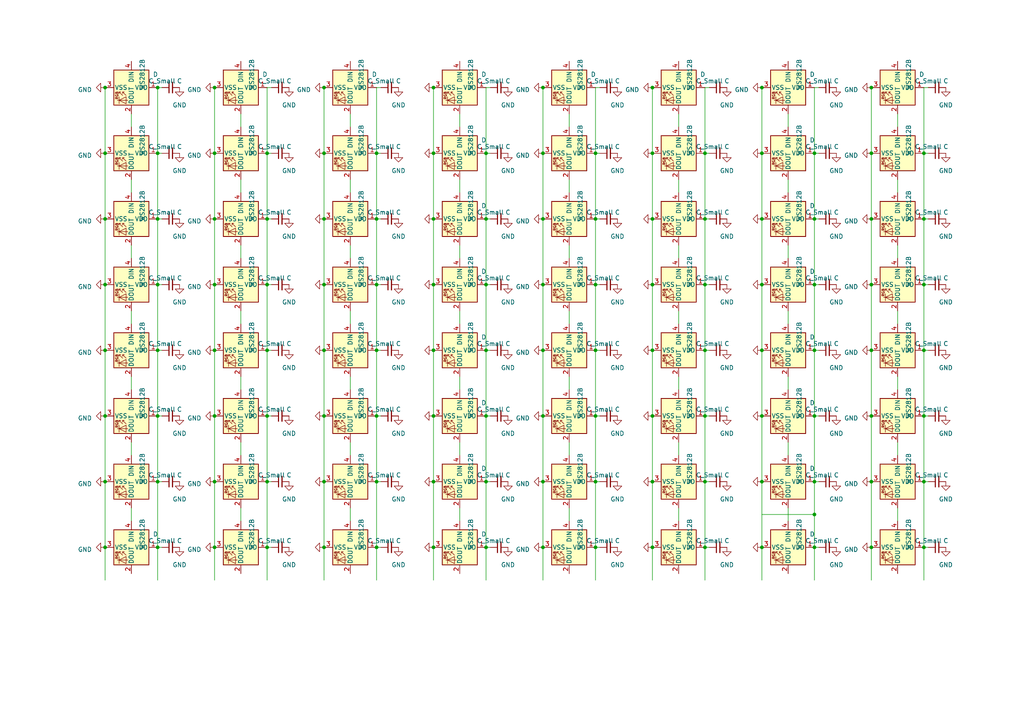
<source format=kicad_sch>
(kicad_sch (version 20220622) (generator eeschema)
  (paper "A4")
  (junction (at 220.98 82.55))
  (junction (at 30.48 120.65))
  (junction (at 236.22 139.7))
  (junction (at 140.97 44.45))
  (junction (at 62.23 120.65))
  (junction (at 236.22 82.55))
  (junction (at 62.23 25.4))
  (junction (at 109.22 120.65))
  (junction (at 252.73 158.75))
  (junction (at 77.47 120.65))
  (junction (at 157.48 82.55))
  (junction (at 109.22 82.55))
  (junction (at 30.48 63.5))
  (junction (at 30.48 44.45))
  (junction (at 267.97 82.55))
  (junction (at 62.23 101.6))
  (junction (at 172.72 63.5))
  (junction (at 125.73 82.55))
  (junction (at 93.98 82.55))
  (junction (at 189.23 101.6))
  (junction (at 172.72 120.65))
  (junction (at 125.73 63.5))
  (junction (at 267.97 44.45))
  (junction (at 140.97 158.75))
  (junction (at 236.22 120.65))
  (junction (at 157.48 44.45))
  (junction (at 109.22 101.6))
  (junction (at 204.47 63.5))
  (junction (at 93.98 120.65))
  (junction (at 172.72 158.75))
  (junction (at 109.22 63.5))
  (junction (at 220.98 139.7))
  (junction (at 220.98 101.6))
  (junction (at 125.73 120.65))
  (junction (at 157.48 139.7))
  (junction (at 30.48 25.4))
  (junction (at 267.97 158.75))
  (junction (at 157.48 101.6))
  (junction (at 157.48 63.5))
  (junction (at 140.97 101.6))
  (junction (at 140.97 82.55))
  (junction (at 204.47 158.75))
  (junction (at 140.97 139.7))
  (junction (at 189.23 139.7))
  (junction (at 77.47 44.45))
  (junction (at 204.47 101.6))
  (junction (at 172.72 101.6))
  (junction (at 204.47 139.7))
  (junction (at 189.23 44.45))
  (junction (at 157.48 25.4))
  (junction (at 125.73 25.4))
  (junction (at 93.98 63.5))
  (junction (at 93.98 44.45))
  (junction (at 93.98 25.4))
  (junction (at 45.72 82.55))
  (junction (at 252.73 44.45))
  (junction (at 189.23 82.55))
  (junction (at 30.48 158.75))
  (junction (at 45.72 158.75))
  (junction (at 189.23 158.75))
  (junction (at 267.97 139.7))
  (junction (at 189.23 63.5))
  (junction (at 125.73 139.7))
  (junction (at 204.47 44.45))
  (junction (at 204.47 120.65))
  (junction (at 45.72 101.6))
  (junction (at 109.22 139.7))
  (junction (at 45.72 139.7))
  (junction (at 220.98 63.5))
  (junction (at 252.73 63.5))
  (junction (at 157.48 158.75))
  (junction (at 267.97 63.5))
  (junction (at 77.47 101.6))
  (junction (at 267.97 101.6))
  (junction (at 93.98 139.7))
  (junction (at 236.22 101.6))
  (junction (at 267.97 120.65))
  (junction (at 77.47 139.7))
  (junction (at 30.48 139.7))
  (junction (at 109.22 158.75))
  (junction (at 77.47 158.75))
  (junction (at 125.73 158.75))
  (junction (at 220.98 158.75))
  (junction (at 236.22 149.225))
  (junction (at 220.98 44.45))
  (junction (at 140.97 63.5))
  (junction (at 62.23 82.55))
  (junction (at 30.48 82.55))
  (junction (at 172.72 139.7))
  (junction (at 252.73 101.6))
  (junction (at 220.98 25.4))
  (junction (at 157.48 120.65))
  (junction (at 62.23 158.75))
  (junction (at 77.47 82.55))
  (junction (at 93.98 158.75))
  (junction (at 62.23 139.7))
  (junction (at 62.23 63.5))
  (junction (at 45.72 44.45))
  (junction (at 252.73 25.4))
  (junction (at 77.47 63.5))
  (junction (at 236.22 63.5))
  (junction (at 62.23 44.45))
  (junction (at 93.98 101.6))
  (junction (at 236.22 158.75))
  (junction (at 109.22 44.45))
  (junction (at 236.22 44.45))
  (junction (at 189.23 120.65))
  (junction (at 125.73 101.6))
  (junction (at 172.72 82.55))
  (junction (at 45.72 63.5))
  (junction (at 140.97 120.65))
  (junction (at 220.98 120.65))
  (junction (at 45.72 25.4))
  (junction (at 125.73 44.45))
  (junction (at 189.23 25.4))
  (junction (at 45.72 120.65))
  (junction (at 30.48 101.6))
  (junction (at 252.73 139.7))
  (junction (at 252.73 82.55))
  (junction (at 172.72 44.45))
  (junction (at 204.47 82.55))
  (junction (at 252.73 120.65))
  (wire (pts (xy 189.23 82.55) (xy 189.23 101.6)))
  (wire (pts (xy 237.49 101.6) (xy 236.2306 101.6)))
  (wire (pts (xy 110.49 101.6) (xy 109.2306 101.6)))
  (wire (pts (xy 267.97 101.6) (xy 267.97 120.65)))
  (wire (pts (xy 69.85 52.07) (xy 69.85 55.88)))
  (wire (pts (xy 142.2506 139.7) (xy 140.9912 139.7)))
  (wire (pts (xy 62.23 120.65) (xy 62.23 139.7)))
  (wire (pts (xy 196.85 71.12) (xy 196.85 74.93)))
  (wire (pts (xy 196.85 90.17) (xy 196.85 93.98)))
  (wire (pts (xy 172.72 82.55) (xy 172.72 101.6)))
  (wire (pts (xy 252.73 139.7) (xy 252.73 158.75)))
  (wire (pts (xy 228.6 147.32) (xy 228.6 151.13)))
  (wire (pts (xy 142.2506 44.45) (xy 140.9806 44.45)))
  (wire (pts (xy 205.7506 139.7) (xy 204.4912 139.7)))
  (wire (pts (xy 204.47 25.4) (xy 204.47 44.45)))
  (wire (pts (xy 62.23 101.6) (xy 62.23 120.65)))
  (wire (pts (xy 189.23 120.65) (xy 189.23 139.7)))
  (wire (pts (xy 62.23 158.75) (xy 62.23 168.275)))
  (wire (pts (xy 189.23 101.6) (xy 189.23 120.65)))
  (wire (pts (xy 133.35 71.12) (xy 133.35 74.93)))
  (wire (pts (xy 101.6 109.22) (xy 101.6 113.03)))
  (wire (pts (xy 228.6 90.17) (xy 228.6 93.98)))
  (wire (pts (xy 260.35 52.07) (xy 260.35 55.88)))
  (wire (pts (xy 267.97 120.65) (xy 267.97 139.7)))
  (wire (pts (xy 109.22 158.75) (xy 109.22 168.275)))
  (wire (pts (xy 204.47 120.65) (xy 204.47 139.7)))
  (wire (pts (xy 45.72 139.7) (xy 45.72 158.75)))
  (wire (pts (xy 165.1 71.12) (xy 165.1 74.93)))
  (wire (pts (xy 38.1 90.17) (xy 38.1 93.98)))
  (wire (pts (xy 93.98 158.75) (xy 93.98 168.275)))
  (wire (pts (xy 269.2506 25.4) (xy 267.9806 25.4)))
  (wire (pts (xy 237.5006 82.55) (xy 236.2306 82.55)))
  (wire (pts (xy 142.2506 82.55) (xy 140.9806 82.55)))
  (wire (pts (xy 252.73 44.45) (xy 252.73 63.5)))
  (wire (pts (xy 220.98 63.5) (xy 220.98 82.55)))
  (wire (pts (xy 101.6 128.27) (xy 101.6 132.08)))
  (wire (pts (xy 109.22 120.65) (xy 109.22 139.7)))
  (wire (pts (xy 78.7506 82.55) (xy 77.4806 82.55)))
  (wire (pts (xy 78.7506 63.5) (xy 77.4806 63.5)))
  (wire (pts (xy 62.23 63.5) (xy 62.23 82.55)))
  (wire (pts (xy 157.48 158.75) (xy 157.48 168.275)))
  (wire (pts (xy 140.97 44.45) (xy 140.97 63.5)))
  (wire (pts (xy 267.97 82.55) (xy 267.97 101.6)))
  (wire (pts (xy 236.22 25.4) (xy 236.22 44.45)))
  (wire (pts (xy 189.23 44.45) (xy 189.23 63.5)))
  (wire (pts (xy 109.22 44.45) (xy 109.22 63.5)))
  (wire (pts (xy 140.97 139.7) (xy 140.97 158.75)))
  (wire (pts (xy 174.0006 139.7) (xy 172.7412 139.7)))
  (wire (pts (xy 140.97 158.75) (xy 140.97 168.275)))
  (wire (pts (xy 237.5006 25.4) (xy 236.2306 25.4)))
  (wire (pts (xy 46.99 25.4) (xy 45.72 25.4)))
  (wire (pts (xy 101.6 147.32) (xy 101.6 151.13)))
  (wire (pts (xy 77.47 101.6) (xy 77.47 120.65)))
  (wire (pts (xy 260.35 90.17) (xy 260.35 93.98)))
  (wire (pts (xy 125.73 25.4) (xy 125.73 44.45)))
  (wire (pts (xy 46.99 139.7) (xy 45.7306 139.7)))
  (wire (pts (xy 252.73 101.6) (xy 252.73 120.65)))
  (wire (pts (xy 140.97 82.55) (xy 140.97 101.6)))
  (wire (pts (xy 45.72 101.6) (xy 45.7094 101.6)))
  (wire (pts (xy 165.1 90.17) (xy 165.1 93.98)))
  (wire (pts (xy 267.97 139.7) (xy 267.97 158.75)))
  (wire (pts (xy 205.74 120.65) (xy 204.4806 120.65)))
  (wire (pts (xy 165.1 33.02) (xy 165.1 36.83)))
  (wire (pts (xy 172.72 25.4) (xy 172.72 44.45)))
  (wire (pts (xy 69.85 109.22) (xy 69.85 113.03)))
  (wire (pts (xy 172.72 44.45) (xy 172.72 63.5)))
  (wire (pts (xy 220.98 82.55) (xy 220.98 101.6)))
  (wire (pts (xy 45.72 158.75) (xy 45.72 168.275)))
  (wire (pts (xy 172.72 120.65) (xy 172.72 139.7)))
  (wire (pts (xy 101.6 52.07) (xy 101.6 55.88)))
  (wire (pts (xy 204.47 44.45) (xy 204.47 63.5)))
  (wire (pts (xy 69.85 90.17) (xy 69.85 93.98)))
  (wire (pts (xy 157.48 139.7) (xy 157.48 158.75)))
  (wire (pts (xy 174.0006 158.75) (xy 172.7412 158.75)))
  (wire (pts (xy 30.48 25.4) (xy 30.48 44.45)))
  (wire (pts (xy 236.22 101.6) (xy 236.22 120.65)))
  (wire (pts (xy 62.23 82.55) (xy 62.23 101.6)))
  (wire (pts (xy 237.5006 158.75) (xy 236.2412 158.75)))
  (wire (pts (xy 236.22 139.7) (xy 236.22 149.225)))
  (wire (pts (xy 260.35 147.32) (xy 260.35 151.13)))
  (wire (pts (xy 196.85 52.07) (xy 196.85 55.88)))
  (wire (pts (xy 109.22 63.5) (xy 109.22 82.55)))
  (wire (pts (xy 77.47 25.4) (xy 77.47 44.45)))
  (wire (pts (xy 38.1 109.22) (xy 38.1 113.03)))
  (wire (pts (xy 78.7506 139.7) (xy 77.4912 139.7)))
  (wire (pts (xy 93.98 139.7) (xy 93.98 158.75)))
  (wire (pts (xy 93.98 25.4) (xy 93.98 44.45)))
  (wire (pts (xy 228.6 71.12) (xy 228.6 74.93)))
  (wire (pts (xy 237.5006 139.7) (xy 236.2412 139.7)))
  (wire (pts (xy 133.35 52.07) (xy 133.35 55.88)))
  (wire (pts (xy 260.35 109.22) (xy 260.35 113.03)))
  (wire (pts (xy 30.48 82.55) (xy 30.48 101.6)))
  (wire (pts (xy 157.48 25.4) (xy 157.48 44.45)))
  (wire (pts (xy 189.23 63.5) (xy 189.23 82.55)))
  (wire (pts (xy 142.24 120.65) (xy 140.9806 120.65)))
  (wire (pts (xy 236.22 82.55) (xy 236.22 101.6)))
  (wire (pts (xy 77.47 158.75) (xy 77.47 168.275)))
  (wire (pts (xy 38.1 128.27) (xy 38.1 132.08)))
  (wire (pts (xy 142.2506 25.4) (xy 140.9806 25.4)))
  (wire (pts (xy 236.22 120.65) (xy 236.22 139.7)))
  (wire (pts (xy 78.7506 44.45) (xy 77.4806 44.45)))
  (wire (pts (xy 109.22 25.4) (xy 109.22 44.45)))
  (wire (pts (xy 142.2506 63.5) (xy 140.9806 63.5)))
  (wire (pts (xy 78.74 120.65) (xy 77.4806 120.65)))
  (wire (pts (xy 93.98 63.5) (xy 93.98 82.55)))
  (wire (pts (xy 140.97 25.4) (xy 140.97 44.45)))
  (wire (pts (xy 77.47 44.45) (xy 77.47 63.5)))
  (wire (pts (xy 260.35 71.12) (xy 260.35 74.93)))
  (wire (pts (xy 196.85 128.27) (xy 196.85 132.08)))
  (wire (pts (xy 205.7506 82.55) (xy 204.4806 82.55)))
  (wire (pts (xy 46.99 82.55) (xy 45.72 82.55)))
  (wire (pts (xy 196.85 33.02) (xy 196.85 36.83)))
  (wire (pts (xy 267.97 25.4) (xy 267.97 44.45)))
  (wire (pts (xy 236.22 149.225) (xy 236.22 158.75)))
  (wire (pts (xy 174.0006 63.5) (xy 172.7306 63.5)))
  (wire (pts (xy 165.1 109.22) (xy 165.1 113.03)))
  (wire (pts (xy 269.24 120.65) (xy 267.9806 120.65)))
  (wire (pts (xy 172.72 139.7) (xy 172.72 158.75)))
  (wire (pts (xy 269.2506 63.5) (xy 267.9806 63.5)))
  (wire (pts (xy 125.73 63.5) (xy 125.73 82.55)))
  (wire (pts (xy 140.97 120.65) (xy 140.97 139.7)))
  (wire (pts (xy 260.35 128.27) (xy 260.35 132.08)))
  (wire (pts (xy 157.48 63.5) (xy 157.48 82.55)))
  (wire (pts (xy 204.47 139.7) (xy 204.47 158.75)))
  (wire (pts (xy 204.47 82.55) (xy 204.47 101.6)))
  (wire (pts (xy 269.2506 82.55) (xy 267.9806 82.55)))
  (wire (pts (xy 237.5006 44.45) (xy 236.2306 44.45)))
  (wire (pts (xy 101.6 71.12) (xy 101.6 74.93)))
  (wire (pts (xy 237.49 120.65) (xy 236.2306 120.65)))
  (wire (pts (xy 237.5006 63.5) (xy 236.2306 63.5)))
  (wire (pts (xy 77.47 63.5) (xy 77.47 82.55)))
  (wire (pts (xy 77.47 120.65) (xy 77.47 139.7)))
  (wire (pts (xy 45.72 101.6) (xy 45.72 120.65)))
  (wire (pts (xy 172.72 63.5) (xy 172.72 82.55)))
  (wire (pts (xy 77.47 82.55) (xy 77.47 101.6)))
  (wire (pts (xy 125.73 139.7) (xy 125.73 158.75)))
  (wire (pts (xy 77.47 139.7) (xy 77.47 158.75)))
  (wire (pts (xy 62.23 139.7) (xy 62.23 158.75)))
  (wire (pts (xy 174.0006 82.55) (xy 172.7306 82.55)))
  (wire (pts (xy 205.7506 25.4) (xy 204.4806 25.4)))
  (wire (pts (xy 220.98 101.6) (xy 220.98 120.65)))
  (wire (pts (xy 204.47 101.6) (xy 204.47 120.65)))
  (wire (pts (xy 173.99 101.6) (xy 172.7306 101.6)))
  (wire (pts (xy 38.1 52.07) (xy 38.1 55.88)))
  (wire (pts (xy 172.72 158.75) (xy 172.72 168.275)))
  (wire (pts (xy 174.0006 25.4) (xy 172.7306 25.4)))
  (wire (pts (xy 109.22 82.55) (xy 109.22 101.6)))
  (wire (pts (xy 252.73 158.75) (xy 252.73 168.275)))
  (wire (pts (xy 228.6 128.27) (xy 228.6 132.08)))
  (wire (pts (xy 78.7506 25.4) (xy 77.4806 25.4)))
  (wire (pts (xy 133.35 147.32) (xy 133.35 151.13)))
  (wire (pts (xy 133.35 33.02) (xy 133.35 36.83)))
  (wire (pts (xy 46.9794 120.65) (xy 45.72 120.65)))
  (wire (pts (xy 252.73 82.55) (xy 252.73 101.6)))
  (wire (pts (xy 172.72 101.6) (xy 172.72 120.65)))
  (wire (pts (xy 133.35 128.27) (xy 133.35 132.08)))
  (wire (pts (xy 110.5006 139.7) (xy 109.2412 139.7)))
  (wire (pts (xy 110.5006 63.5) (xy 109.2306 63.5)))
  (wire (pts (xy 46.99 44.45) (xy 45.72 44.45)))
  (wire (pts (xy 93.98 44.45) (xy 93.98 63.5)))
  (wire (pts (xy 252.73 120.65) (xy 252.73 139.7)))
  (wire (pts (xy 38.1 147.32) (xy 38.1 151.13)))
  (wire (pts (xy 93.98 120.65) (xy 93.98 139.7)))
  (wire (pts (xy 38.1 71.12) (xy 38.1 74.93)))
  (wire (pts (xy 165.1 128.27) (xy 165.1 132.08)))
  (wire (pts (xy 46.99 63.5) (xy 45.72 63.5)))
  (wire (pts (xy 236.22 158.75) (xy 236.22 168.275)))
  (wire (pts (xy 220.98 25.4) (xy 220.98 44.45)))
  (wire (pts (xy 109.22 101.6) (xy 109.22 120.65)))
  (wire (pts (xy 69.85 71.12) (xy 69.85 74.93)))
  (wire (pts (xy 205.7506 63.5) (xy 204.4806 63.5)))
  (wire (pts (xy 93.98 82.55) (xy 93.98 101.6)))
  (wire (pts (xy 189.23 139.7) (xy 189.23 158.75)))
  (wire (pts (xy 220.98 139.7) (xy 220.98 158.75)))
  (wire (pts (xy 189.23 158.75) (xy 189.23 168.275)))
  (wire (pts (xy 109.22 139.7) (xy 109.22 158.75)))
  (wire (pts (xy 45.72 44.45) (xy 45.72 63.5)))
  (wire (pts (xy 38.1 33.02) (xy 38.1 36.83)))
  (wire (pts (xy 30.48 44.45) (xy 30.48 63.5)))
  (wire (pts (xy 142.2506 158.75) (xy 140.9912 158.75)))
  (wire (pts (xy 93.98 101.6) (xy 93.98 120.65)))
  (wire (pts (xy 260.35 33.02) (xy 260.35 36.83)))
  (wire (pts (xy 69.85 147.32) (xy 69.85 151.13)))
  (wire (pts (xy 157.48 44.45) (xy 157.48 63.5)))
  (wire (pts (xy 205.7506 158.75) (xy 204.4912 158.75)))
  (wire (pts (xy 133.35 109.22) (xy 133.35 113.03)))
  (wire (pts (xy 165.1 147.32) (xy 165.1 151.13)))
  (wire (pts (xy 110.5006 158.75) (xy 109.2412 158.75)))
  (wire (pts (xy 205.74 101.6) (xy 204.4806 101.6)))
  (wire (pts (xy 30.48 101.6) (xy 30.48 120.65)))
  (wire (pts (xy 228.6 33.02) (xy 228.6 36.83)))
  (wire (pts (xy 69.85 33.02) (xy 69.85 36.83)))
  (wire (pts (xy 204.47 63.5) (xy 204.47 82.55)))
  (wire (pts (xy 220.98 44.45) (xy 220.98 63.5)))
  (wire (pts (xy 46.9794 101.6) (xy 45.72 101.6)))
  (wire (pts (xy 220.98 158.75) (xy 220.98 168.275)))
  (wire (pts (xy 173.99 120.65) (xy 172.7306 120.65)))
  (wire (pts (xy 101.6 90.17) (xy 101.6 93.98)))
  (wire (pts (xy 196.85 147.32) (xy 196.85 151.13)))
  (wire (pts (xy 269.24 101.6) (xy 267.9806 101.6)))
  (wire (pts (xy 140.97 101.6) (xy 140.97 120.65)))
  (wire (pts (xy 125.73 44.45) (xy 125.73 63.5)))
  (wire (pts (xy 236.22 44.45) (xy 236.22 63.5)))
  (wire (pts (xy 45.72 25.4) (xy 45.72 44.45)))
  (wire (pts (xy 46.99 158.75) (xy 45.7306 158.75)))
  (wire (pts (xy 125.73 120.65) (xy 125.73 139.7)))
  (wire (pts (xy 157.48 101.6) (xy 157.48 120.65)))
  (wire (pts (xy 267.97 63.5) (xy 267.97 82.55)))
  (wire (pts (xy 69.85 128.27) (xy 69.85 132.08)))
  (wire (pts (xy 220.98 120.65) (xy 220.98 139.7)))
  (wire (pts (xy 228.6 52.07) (xy 228.6 55.88)))
  (wire (pts (xy 140.97 63.5) (xy 140.97 82.55)))
  (wire (pts (xy 45.72 120.65) (xy 45.72 139.7)))
  (wire (pts (xy 142.24 101.6) (xy 140.9806 101.6)))
  (wire (pts (xy 30.48 63.5) (xy 30.48 82.55)))
  (wire (pts (xy 252.73 63.5) (xy 252.73 82.55)))
  (wire (pts (xy 236.22 63.5) (xy 236.22 82.55)))
  (wire (pts (xy 228.6 109.22) (xy 228.6 113.03)))
  (wire (pts (xy 30.48 139.7) (xy 30.48 158.75)))
  (wire (pts (xy 165.1 52.07) (xy 165.1 55.88)))
  (wire (pts (xy 196.85 109.22) (xy 196.85 113.03)))
  (wire (pts (xy 110.5006 82.55) (xy 109.2306 82.55)))
  (wire (pts (xy 269.2506 158.75) (xy 267.9912 158.75)))
  (wire (pts (xy 30.48 158.75) (xy 30.48 168.275)))
  (wire (pts (xy 78.7506 158.75) (xy 77.4912 158.75)))
  (wire (pts (xy 110.49 120.65) (xy 109.2306 120.65)))
  (wire (pts (xy 110.5006 25.4) (xy 109.2306 25.4)))
  (wire (pts (xy 78.74 101.6) (xy 77.4806 101.6)))
  (wire (pts (xy 125.73 158.75) (xy 125.73 168.275)))
  (wire (pts (xy 62.23 44.45) (xy 62.23 63.5)))
  (wire (pts (xy 267.97 44.45) (xy 267.97 63.5)))
  (wire (pts (xy 45.72 82.55) (xy 45.72 101.6)))
  (wire (pts (xy 157.48 120.65) (xy 157.48 139.7)))
  (wire (pts (xy 45.72 63.5) (xy 45.72 82.55)))
  (wire (pts (xy 189.23 25.4) (xy 189.23 44.45)))
  (wire (pts (xy 110.5006 44.45) (xy 109.2306 44.45)))
  (wire (pts (xy 125.73 82.55) (xy 125.73 101.6)))
  (wire (pts (xy 174.0006 44.45) (xy 172.7306 44.45)))
  (wire (pts (xy 62.23 25.4) (xy 62.23 44.45)))
  (wire (pts (xy 205.7506 44.45) (xy 204.4806 44.45)))
  (wire (pts (xy 269.2506 44.45) (xy 267.9806 44.45)))
  (wire (pts (xy 101.6 33.02) (xy 101.6 36.83)))
  (wire (pts (xy 133.35 90.17) (xy 133.35 93.98)))
  (wire (pts (xy 220.98 149.225) (xy 236.22 149.225)))
  (wire (pts (xy 30.48 120.65) (xy 30.48 139.7)))
  (wire (pts (xy 269.2506 139.7) (xy 267.9912 139.7)))
  (wire (pts (xy 157.48 82.55) (xy 157.48 101.6)))
  (wire (pts (xy 252.73 25.4) (xy 252.73 44.45)))
  (wire (pts (xy 267.97 158.75) (xy 267.97 168.275)))
  (wire (pts (xy 125.73 101.6) (xy 125.73 120.65)))
  (wire (pts (xy 204.47 158.75) (xy 204.47 168.275)))
  (symbol (lib_id "power:GND") (at 30.48 25.4 270) (unit 1)
    (default_instance (reference "#PWR") (unit 1) (value "GND") (footprint ""))
    (property "Reference" "#PWR" (effects hide))
    (property "Value" "GND" (at 26.67 26.035 90) (effects (justify right)))
  )
  (symbol (lib_id "power:GND") (at 242.5806 44.45 0) (unit 1)
    (default_instance (reference "#PWR") (unit 1) (value "GND") (footprint ""))
    (property "Reference" "#PWR" (effects hide))
    (property "Value" "GND" (at 242.5806 49.53 0))
  )
  (symbol (lib_id "power:GND") (at 242.5806 25.4 0) (unit 1)
    (default_instance (reference "#PWR") (unit 1) (value "GND") (footprint ""))
    (property "Reference" "#PWR" (effects hide))
    (property "Value" "GND" (at 242.5806 30.48 0))
  )
  (symbol (lib_id "LED:WS2812B") (at 165.1 101.6 270) (unit 1)
    (default_instance (reference "D") (unit 1) (value "WS2812B") (footprint "LED_SMD:LED_WS2812B_PLCC4_5.0x5.0mm_P3.2mm"))
    (property "Reference" "D" (effects hide))
    (property "Value" "WS2812B" (at 168.275 97.79 0))
    (property "Footprint" "LED_SMD:LED_WS2812B_PLCC4_5.0x5.0mm_P3.2mm" (effects hide))
    (property "Datasheet" "https://cdn-shop.adafruit.com/datasheets/WS2812B.pdf" (effects hide))
  )
  (symbol (lib_id "Device:C_Small") (at 240.0406 139.7 90) (unit 1)
    (default_instance (reference "C") (unit 1) (value "C_Small") (footprint ""))
    (property "Reference" "C" (at 242.5806 137.795 90))
    (property "Value" "C_Small" (at 237.5006 137.795 90))
  )
  (symbol (lib_id "Device:C_Small") (at 240.03 120.65 90) (unit 1)
    (default_instance (reference "C") (unit 1) (value "C_Small") (footprint ""))
    (property "Reference" "C" (at 242.57 118.745 90))
    (property "Value" "C_Small" (at 237.49 118.745 90))
  )
  (symbol (lib_id "LED:WS2812B") (at 260.35 101.6 270) (unit 1)
    (default_instance (reference "D") (unit 1) (value "WS2812B") (footprint "LED_SMD:LED_WS2812B_PLCC4_5.0x5.0mm_P3.2mm"))
    (property "Reference" "D" (effects hide))
    (property "Value" "WS2812B" (at 263.525 97.79 0))
    (property "Footprint" "LED_SMD:LED_WS2812B_PLCC4_5.0x5.0mm_P3.2mm" (effects hide))
    (property "Datasheet" "https://cdn-shop.adafruit.com/datasheets/WS2812B.pdf" (effects hide))
  )
  (symbol (lib_id "power:GND") (at 83.8306 82.55 0) (unit 1)
    (default_instance (reference "#PWR") (unit 1) (value "GND") (footprint ""))
    (property "Reference" "#PWR" (effects hide))
    (property "Value" "GND" (at 83.8306 87.63 0))
  )
  (symbol (lib_id "power:GND") (at 30.48 82.55 270) (unit 1)
    (default_instance (reference "#PWR") (unit 1) (value "GND") (footprint ""))
    (property "Reference" "#PWR" (effects hide))
    (property "Value" "GND" (at 26.67 83.185 90) (effects (justify right)))
  )
  (symbol (lib_id "LED:WS2812B") (at 260.35 139.7 270) (unit 1)
    (default_instance (reference "D") (unit 1) (value "WS2812B") (footprint "LED_SMD:LED_WS2812B_PLCC4_5.0x5.0mm_P3.2mm"))
    (property "Reference" "D" (effects hide))
    (property "Value" "WS2812B" (at 263.525 135.89 0))
    (property "Footprint" "LED_SMD:LED_WS2812B_PLCC4_5.0x5.0mm_P3.2mm" (effects hide))
    (property "Datasheet" "https://cdn-shop.adafruit.com/datasheets/WS2812B.pdf" (effects hide))
  )
  (symbol (lib_id "LED:WS2812B") (at 101.6 158.75 270) (unit 1)
    (default_instance (reference "D") (unit 1) (value "WS2812B") (footprint "LED_SMD:LED_WS2812B_PLCC4_5.0x5.0mm_P3.2mm"))
    (property "Reference" "D" (effects hide))
    (property "Value" "WS2812B" (at 104.775 154.94 0))
    (property "Footprint" "LED_SMD:LED_WS2812B_PLCC4_5.0x5.0mm_P3.2mm" (effects hide))
    (property "Datasheet" "https://cdn-shop.adafruit.com/datasheets/WS2812B.pdf" (effects hide))
  )
  (symbol (lib_id "power:GND") (at 115.5806 139.7 0) (unit 1)
    (default_instance (reference "#PWR") (unit 1) (value "GND") (footprint ""))
    (property "Reference" "#PWR" (effects hide))
    (property "Value" "GND" (at 115.5806 144.78 0))
  )
  (symbol (lib_id "Device:C_Small") (at 176.5406 25.4 90) (unit 1)
    (default_instance (reference "C") (unit 1) (value "C_Small") (footprint ""))
    (property "Reference" "C" (at 179.0806 23.495 90))
    (property "Value" "C_Small" (at 174.0006 23.495 90))
  )
  (symbol (lib_id "LED:WS2812B") (at 101.6 139.7 270) (unit 1)
    (default_instance (reference "D") (unit 1) (value "WS2812B") (footprint "LED_SMD:LED_WS2812B_PLCC4_5.0x5.0mm_P3.2mm"))
    (property "Reference" "D" (effects hide))
    (property "Value" "WS2812B" (at 104.775 135.89 0))
    (property "Footprint" "LED_SMD:LED_WS2812B_PLCC4_5.0x5.0mm_P3.2mm" (effects hide))
    (property "Datasheet" "https://cdn-shop.adafruit.com/datasheets/WS2812B.pdf" (effects hide))
  )
  (symbol (lib_id "Device:C_Small") (at 271.78 101.6 90) (unit 1)
    (default_instance (reference "C") (unit 1) (value "C_Small") (footprint ""))
    (property "Reference" "C" (at 274.32 99.695 90))
    (property "Value" "C_Small" (at 269.24 99.695 90))
  )
  (symbol (lib_id "LED:WS2812B") (at 38.1 120.65 270) (unit 1)
    (default_instance (reference "D") (unit 1) (value "WS2812B") (footprint "LED_SMD:LED_WS2812B_PLCC4_5.0x5.0mm_P3.2mm"))
    (property "Reference" "D" (effects hide))
    (property "Value" "WS2812B" (at 41.275 116.84 0))
    (property "Footprint" "LED_SMD:LED_WS2812B_PLCC4_5.0x5.0mm_P3.2mm" (effects hide))
    (property "Datasheet" "https://cdn-shop.adafruit.com/datasheets/WS2812B.pdf" (effects hide))
  )
  (symbol (lib_id "Device:C_Small") (at 81.28 101.6 90) (unit 1)
    (default_instance (reference "C") (unit 1) (value "C_Small") (footprint ""))
    (property "Reference" "C" (at 83.82 99.695 90))
    (property "Value" "C_Small" (at 78.74 99.695 90))
  )
  (symbol (lib_id "LED:WS2812B") (at 196.85 101.6 270) (unit 1)
    (default_instance (reference "D") (unit 1) (value "WS2812B") (footprint "LED_SMD:LED_WS2812B_PLCC4_5.0x5.0mm_P3.2mm"))
    (property "Reference" "D" (effects hide))
    (property "Value" "WS2812B" (at 200.025 97.79 0))
    (property "Footprint" "LED_SMD:LED_WS2812B_PLCC4_5.0x5.0mm_P3.2mm" (effects hide))
    (property "Datasheet" "https://cdn-shop.adafruit.com/datasheets/WS2812B.pdf" (effects hide))
  )
  (symbol (lib_id "power:GND") (at 62.23 139.7 270) (unit 1)
    (default_instance (reference "#PWR") (unit 1) (value "GND") (footprint ""))
    (property "Reference" "#PWR" (effects hide))
    (property "Value" "GND" (at 58.42 140.335 90) (effects (justify right)))
  )
  (symbol (lib_id "power:GND") (at 179.0806 158.75 0) (unit 1)
    (default_instance (reference "#PWR") (unit 1) (value "GND") (footprint ""))
    (property "Reference" "#PWR" (effects hide))
    (property "Value" "GND" (at 179.0806 163.83 0))
  )
  (symbol (lib_id "Device:C_Small") (at 81.2906 44.45 90) (unit 1)
    (default_instance (reference "C") (unit 1) (value "C_Small") (footprint ""))
    (property "Reference" "C" (at 83.8306 42.545 90))
    (property "Value" "C_Small" (at 78.7506 42.545 90))
  )
  (symbol (lib_id "power:GND") (at 62.23 82.55 270) (unit 1)
    (default_instance (reference "#PWR") (unit 1) (value "GND") (footprint ""))
    (property "Reference" "#PWR" (effects hide))
    (property "Value" "GND" (at 58.42 83.185 90) (effects (justify right)))
  )
  (symbol (lib_id "Device:C_Small") (at 208.2906 25.4 90) (unit 1)
    (default_instance (reference "C") (unit 1) (value "C_Small") (footprint ""))
    (property "Reference" "C" (at 210.8306 23.495 90))
    (property "Value" "C_Small" (at 205.7506 23.495 90))
  )
  (symbol (lib_id "LED:WS2812B") (at 69.85 139.7 270) (unit 1)
    (default_instance (reference "D") (unit 1) (value "WS2812B") (footprint "LED_SMD:LED_WS2812B_PLCC4_5.0x5.0mm_P3.2mm"))
    (property "Reference" "D" (effects hide))
    (property "Value" "WS2812B" (at 73.025 135.89 0))
    (property "Footprint" "LED_SMD:LED_WS2812B_PLCC4_5.0x5.0mm_P3.2mm" (effects hide))
    (property "Datasheet" "https://cdn-shop.adafruit.com/datasheets/WS2812B.pdf" (effects hide))
  )
  (symbol (lib_id "power:GND") (at 189.23 25.4 270) (unit 1)
    (default_instance (reference "#PWR") (unit 1) (value "GND") (footprint ""))
    (property "Reference" "#PWR" (effects hide))
    (property "Value" "GND" (at 185.42 26.035 90) (effects (justify right)))
  )
  (symbol (lib_id "power:GND") (at 115.5806 158.75 0) (unit 1)
    (default_instance (reference "#PWR") (unit 1) (value "GND") (footprint ""))
    (property "Reference" "#PWR" (effects hide))
    (property "Value" "GND" (at 115.5806 163.83 0))
  )
  (symbol (lib_id "power:GND") (at 189.23 101.6 270) (unit 1)
    (default_instance (reference "#PWR") (unit 1) (value "GND") (footprint ""))
    (property "Reference" "#PWR" (effects hide))
    (property "Value" "GND" (effects hide))
  )
  (symbol (lib_id "LED:WS2812B") (at 101.6 25.4 270) (unit 1)
    (default_instance (reference "D") (unit 1) (value "WS2812B") (footprint "LED_SMD:LED_WS2812B_PLCC4_5.0x5.0mm_P3.2mm"))
    (property "Reference" "D" (at 108.585 21.59 90))
    (property "Value" "WS2812B" (at 104.775 21.59 0))
    (property "Footprint" "LED_SMD:LED_WS2812B_PLCC4_5.0x5.0mm_P3.2mm" (effects hide))
    (property "Datasheet" "https://cdn-shop.adafruit.com/datasheets/WS2812B.pdf" (effects hide))
  )
  (symbol (lib_id "power:GND") (at 93.98 63.5 270) (unit 1)
    (default_instance (reference "#PWR") (unit 1) (value "GND") (footprint ""))
    (property "Reference" "#PWR" (effects hide))
    (property "Value" "GND" (effects hide))
  )
  (symbol (lib_id "power:GND") (at 62.23 158.75 270) (unit 1)
    (default_instance (reference "#PWR") (unit 1) (value "GND") (footprint ""))
    (property "Reference" "#PWR" (effects hide))
    (property "Value" "GND" (at 58.42 159.385 90) (effects (justify right)))
  )
  (symbol (lib_id "power:GND") (at 125.73 63.5 270) (unit 1)
    (default_instance (reference "#PWR") (unit 1) (value "GND") (footprint ""))
    (property "Reference" "#PWR" (effects hide))
    (property "Value" "GND" (effects hide))
  )
  (symbol (lib_id "LED:WS2812B") (at 38.1 25.4 270) (unit 1)
    (default_instance (reference "D") (unit 1) (value "WS2812B") (footprint "LED_SMD:LED_WS2812B_PLCC4_5.0x5.0mm_P3.2mm"))
    (property "Reference" "D" (at 45.085 21.59 90))
    (property "Value" "WS2812B" (at 41.275 21.59 0))
    (property "Footprint" "LED_SMD:LED_WS2812B_PLCC4_5.0x5.0mm_P3.2mm" (effects hide))
    (property "Datasheet" "https://cdn-shop.adafruit.com/datasheets/WS2812B.pdf" (effects hide))
  )
  (symbol (lib_id "LED:WS2812B") (at 38.1 139.7 270) (unit 1)
    (default_instance (reference "D") (unit 1) (value "WS2812B") (footprint "LED_SMD:LED_WS2812B_PLCC4_5.0x5.0mm_P3.2mm"))
    (property "Reference" "D" (effects hide))
    (property "Value" "WS2812B" (at 41.275 135.89 0))
    (property "Footprint" "LED_SMD:LED_WS2812B_PLCC4_5.0x5.0mm_P3.2mm" (effects hide))
    (property "Datasheet" "https://cdn-shop.adafruit.com/datasheets/WS2812B.pdf" (effects hide))
  )
  (symbol (lib_id "power:GND") (at 157.48 25.4 270) (unit 1)
    (default_instance (reference "#PWR") (unit 1) (value "GND") (footprint ""))
    (property "Reference" "#PWR" (effects hide))
    (property "Value" "GND" (at 153.67 26.035 90) (effects (justify right)))
  )
  (symbol (lib_id "Device:C_Small") (at 271.7906 63.5 90) (unit 1)
    (default_instance (reference "C") (unit 1) (value "C_Small") (footprint ""))
    (property "Reference" "C" (at 274.3306 61.595 90))
    (property "Value" "C_Small" (at 269.2506 61.595 90))
  )
  (symbol (lib_id "Device:C_Small") (at 208.2906 82.55 90) (unit 1)
    (default_instance (reference "C") (unit 1) (value "C_Small") (footprint ""))
    (property "Reference" "C" (at 210.8306 80.645 90))
    (property "Value" "C_Small" (at 205.7506 80.645 90))
  )
  (symbol (lib_id "power:GND") (at 210.8306 44.45 0) (unit 1)
    (default_instance (reference "#PWR") (unit 1) (value "GND") (footprint ""))
    (property "Reference" "#PWR" (effects hide))
    (property "Value" "GND" (at 210.8306 49.53 0))
  )
  (symbol (lib_id "power:GND") (at 115.5806 63.5 0) (unit 1)
    (default_instance (reference "#PWR") (unit 1) (value "GND") (footprint ""))
    (property "Reference" "#PWR" (effects hide))
    (property "Value" "GND" (at 115.5806 68.58 0))
  )
  (symbol (lib_id "Device:C_Small") (at 81.2906 25.4 90) (unit 1)
    (default_instance (reference "C") (unit 1) (value "C_Small") (footprint ""))
    (property "Reference" "C" (at 83.8306 23.495 90))
    (property "Value" "C_Small" (at 78.7506 23.495 90))
  )
  (symbol (lib_id "LED:WS2812B") (at 196.85 25.4 270) (unit 1)
    (default_instance (reference "D") (unit 1) (value "WS2812B") (footprint "LED_SMD:LED_WS2812B_PLCC4_5.0x5.0mm_P3.2mm"))
    (property "Reference" "D" (at 203.835 21.59 90))
    (property "Value" "WS2812B" (at 200.025 21.59 0))
    (property "Footprint" "LED_SMD:LED_WS2812B_PLCC4_5.0x5.0mm_P3.2mm" (effects hide))
    (property "Datasheet" "https://cdn-shop.adafruit.com/datasheets/WS2812B.pdf" (effects hide))
  )
  (symbol (lib_id "power:GND") (at 30.48 101.6 270) (unit 1)
    (default_instance (reference "#PWR") (unit 1) (value "GND") (footprint ""))
    (property "Reference" "#PWR" (effects hide))
    (property "Value" "GND" (at 26.67 102.235 90) (effects (justify right)))
  )
  (symbol (lib_id "LED:WS2812B") (at 101.6 82.55 270) (unit 1)
    (default_instance (reference "D") (unit 1) (value "WS2812B") (footprint "LED_SMD:LED_WS2812B_PLCC4_5.0x5.0mm_P3.2mm"))
    (property "Reference" "D" (effects hide))
    (property "Value" "WS2812B" (at 104.775 78.74 0))
    (property "Footprint" "LED_SMD:LED_WS2812B_PLCC4_5.0x5.0mm_P3.2mm" (effects hide))
    (property "Datasheet" "https://cdn-shop.adafruit.com/datasheets/WS2812B.pdf" (effects hide))
  )
  (symbol (lib_id "LED:WS2812B") (at 133.35 82.55 270) (unit 1)
    (default_instance (reference "D") (unit 1) (value "WS2812B") (footprint "LED_SMD:LED_WS2812B_PLCC4_5.0x5.0mm_P3.2mm"))
    (property "Reference" "D" (at 140.335 78.74 90))
    (property "Value" "WS2812B" (at 136.525 78.74 0))
    (property "Footprint" "LED_SMD:LED_WS2812B_PLCC4_5.0x5.0mm_P3.2mm" (effects hide))
    (property "Datasheet" "https://cdn-shop.adafruit.com/datasheets/WS2812B.pdf" (effects hide))
  )
  (symbol (lib_id "power:GND") (at 210.8306 25.4 0) (unit 1)
    (default_instance (reference "#PWR") (unit 1) (value "GND") (footprint ""))
    (property "Reference" "#PWR" (effects hide))
    (property "Value" "GND" (at 210.8306 30.48 0))
  )
  (symbol (lib_id "LED:WS2812B") (at 38.1 63.5 270) (unit 1)
    (default_instance (reference "D") (unit 1) (value "WS2812B") (footprint "LED_SMD:LED_WS2812B_PLCC4_5.0x5.0mm_P3.2mm"))
    (property "Reference" "D" (effects hide))
    (property "Value" "WS2812B" (at 41.275 59.69 0))
    (property "Footprint" "LED_SMD:LED_WS2812B_PLCC4_5.0x5.0mm_P3.2mm" (effects hide))
    (property "Datasheet" "https://cdn-shop.adafruit.com/datasheets/WS2812B.pdf" (effects hide))
  )
  (symbol (lib_id "Device:C_Small") (at 271.7906 44.45 90) (unit 1)
    (default_instance (reference "C") (unit 1) (value "C_Small") (footprint ""))
    (property "Reference" "C" (at 274.3306 42.545 90))
    (property "Value" "C_Small" (at 269.2506 42.545 90))
  )
  (symbol (lib_id "power:GND") (at 252.73 44.45 270) (unit 1)
    (default_instance (reference "#PWR") (unit 1) (value "GND") (footprint ""))
    (property "Reference" "#PWR" (effects hide))
    (property "Value" "GND" (at 248.92 45.085 90) (effects (justify right)))
  )
  (symbol (lib_id "Device:C_Small") (at 113.0406 139.7 90) (unit 1)
    (default_instance (reference "C") (unit 1) (value "C_Small") (footprint ""))
    (property "Reference" "C" (at 115.5806 137.795 90))
    (property "Value" "C_Small" (at 110.5006 137.795 90))
  )
  (symbol (lib_id "power:GND") (at 83.8306 139.7 0) (unit 1)
    (default_instance (reference "#PWR") (unit 1) (value "GND") (footprint ""))
    (property "Reference" "#PWR" (effects hide))
    (property "Value" "GND" (at 83.8306 144.78 0))
  )
  (symbol (lib_id "power:GND") (at 189.23 44.45 270) (unit 1)
    (default_instance (reference "#PWR") (unit 1) (value "GND") (footprint ""))
    (property "Reference" "#PWR" (effects hide))
    (property "Value" "GND" (effects hide))
  )
  (symbol (lib_id "LED:WS2812B") (at 69.85 120.65 270) (unit 1)
    (default_instance (reference "D") (unit 1) (value "WS2812B") (footprint "LED_SMD:LED_WS2812B_PLCC4_5.0x5.0mm_P3.2mm"))
    (property "Reference" "D" (effects hide))
    (property "Value" "WS2812B" (at 73.025 116.84 0))
    (property "Footprint" "LED_SMD:LED_WS2812B_PLCC4_5.0x5.0mm_P3.2mm" (effects hide))
    (property "Datasheet" "https://cdn-shop.adafruit.com/datasheets/WS2812B.pdf" (effects hide))
  )
  (symbol (lib_id "Device:C_Small") (at 271.7906 139.7 90) (unit 1)
    (default_instance (reference "C") (unit 1) (value "C_Small") (footprint ""))
    (property "Reference" "C" (at 274.3306 137.795 90))
    (property "Value" "C_Small" (at 269.2506 137.795 90))
  )
  (symbol (lib_id "power:GND") (at 52.07 82.55 0) (unit 1)
    (default_instance (reference "#PWR") (unit 1) (value "GND") (footprint ""))
    (property "Reference" "#PWR" (effects hide))
    (property "Value" "GND" (at 52.07 87.63 0))
  )
  (symbol (lib_id "LED:WS2812B") (at 228.6 63.5 270) (unit 1)
    (default_instance (reference "D") (unit 1) (value "WS2812B") (footprint "LED_SMD:LED_WS2812B_PLCC4_5.0x5.0mm_P3.2mm"))
    (property "Reference" "D" (at 235.585 59.69 90))
    (property "Value" "WS2812B" (at 231.775 59.69 0))
    (property "Footprint" "LED_SMD:LED_WS2812B_PLCC4_5.0x5.0mm_P3.2mm" (effects hide))
    (property "Datasheet" "https://cdn-shop.adafruit.com/datasheets/WS2812B.pdf" (effects hide))
  )
  (symbol (lib_id "LED:WS2812B") (at 133.35 120.65 270) (unit 1)
    (default_instance (reference "D") (unit 1) (value "WS2812B") (footprint "LED_SMD:LED_WS2812B_PLCC4_5.0x5.0mm_P3.2mm"))
    (property "Reference" "D" (at 140.335 116.84 90))
    (property "Value" "WS2812B" (at 136.525 116.84 0))
    (property "Footprint" "LED_SMD:LED_WS2812B_PLCC4_5.0x5.0mm_P3.2mm" (effects hide))
    (property "Datasheet" "https://cdn-shop.adafruit.com/datasheets/WS2812B.pdf" (effects hide))
  )
  (symbol (lib_id "power:GND") (at 210.8306 158.75 0) (unit 1)
    (default_instance (reference "#PWR") (unit 1) (value "GND") (footprint ""))
    (property "Reference" "#PWR" (effects hide))
    (property "Value" "GND" (at 210.8306 163.83 0))
  )
  (symbol (lib_id "power:GND") (at 52.07 63.5 0) (unit 1)
    (default_instance (reference "#PWR") (unit 1) (value "GND") (footprint ""))
    (property "Reference" "#PWR" (effects hide))
    (property "Value" "GND" (at 52.07 68.58 0))
  )
  (symbol (lib_id "Device:C_Small") (at 176.5406 82.55 90) (unit 1)
    (default_instance (reference "C") (unit 1) (value "C_Small") (footprint ""))
    (property "Reference" "C" (at 179.0806 80.645 90))
    (property "Value" "C_Small" (at 174.0006 80.645 90))
  )
  (symbol (lib_id "Device:C_Small") (at 113.0406 158.75 90) (unit 1)
    (default_instance (reference "C") (unit 1) (value "C_Small") (footprint ""))
    (property "Reference" "C" (at 115.5806 156.845 90))
    (property "Value" "C_Small" (at 110.5006 156.845 90))
  )
  (symbol (lib_id "power:GND") (at 220.98 63.5 270) (unit 1)
    (default_instance (reference "#PWR") (unit 1) (value "GND") (footprint ""))
    (property "Reference" "#PWR" (effects hide))
    (property "Value" "GND" (effects hide))
  )
  (symbol (lib_id "power:GND") (at 242.5806 63.5 0) (unit 1)
    (default_instance (reference "#PWR") (unit 1) (value "GND") (footprint ""))
    (property "Reference" "#PWR" (effects hide))
    (property "Value" "GND" (at 242.5806 68.58 0))
  )
  (symbol (lib_id "power:GND") (at 125.73 44.45 270) (unit 1)
    (default_instance (reference "#PWR") (unit 1) (value "GND") (footprint ""))
    (property "Reference" "#PWR" (effects hide))
    (property "Value" "GND" (effects hide))
  )
  (symbol (lib_id "power:GND") (at 179.0806 63.5 0) (unit 1)
    (default_instance (reference "#PWR") (unit 1) (value "GND") (footprint ""))
    (property "Reference" "#PWR" (effects hide))
    (property "Value" "GND" (at 179.0806 68.58 0))
  )
  (symbol (lib_id "power:GND") (at 93.98 139.7 270) (unit 1)
    (default_instance (reference "#PWR") (unit 1) (value "GND") (footprint ""))
    (property "Reference" "#PWR" (effects hide))
    (property "Value" "GND" (effects hide))
  )
  (symbol (lib_id "power:GND") (at 220.98 82.55 270) (unit 1)
    (default_instance (reference "#PWR") (unit 1) (value "GND") (footprint ""))
    (property "Reference" "#PWR" (effects hide))
    (property "Value" "GND" (effects hide))
  )
  (symbol (lib_id "power:GND") (at 220.98 101.6 270) (unit 1)
    (default_instance (reference "#PWR") (unit 1) (value "GND") (footprint ""))
    (property "Reference" "#PWR" (effects hide))
    (property "Value" "GND" (effects hide))
  )
  (symbol (lib_id "LED:WS2812B") (at 228.6 44.45 270) (unit 1)
    (default_instance (reference "D") (unit 1) (value "WS2812B") (footprint "LED_SMD:LED_WS2812B_PLCC4_5.0x5.0mm_P3.2mm"))
    (property "Reference" "D" (at 235.585 40.64 90))
    (property "Value" "WS2812B" (at 231.775 40.64 0))
    (property "Footprint" "LED_SMD:LED_WS2812B_PLCC4_5.0x5.0mm_P3.2mm" (effects hide))
    (property "Datasheet" "https://cdn-shop.adafruit.com/datasheets/WS2812B.pdf" (effects hide))
  )
  (symbol (lib_id "power:GND") (at 157.48 120.65 270) (unit 1)
    (default_instance (reference "#PWR") (unit 1) (value "GND") (footprint ""))
    (property "Reference" "#PWR" (effects hide))
    (property "Value" "GND" (at 153.67 121.285 90) (effects (justify right)))
  )
  (symbol (lib_id "LED:WS2812B") (at 196.85 44.45 270) (unit 1)
    (default_instance (reference "D") (unit 1) (value "WS2812B") (footprint "LED_SMD:LED_WS2812B_PLCC4_5.0x5.0mm_P3.2mm"))
    (property "Reference" "D" (effects hide))
    (property "Value" "WS2812B" (at 200.025 40.64 0))
    (property "Footprint" "LED_SMD:LED_WS2812B_PLCC4_5.0x5.0mm_P3.2mm" (effects hide))
    (property "Datasheet" "https://cdn-shop.adafruit.com/datasheets/WS2812B.pdf" (effects hide))
  )
  (symbol (lib_id "power:GND") (at 274.3306 82.55 0) (unit 1)
    (default_instance (reference "#PWR") (unit 1) (value "GND") (footprint ""))
    (property "Reference" "#PWR" (effects hide))
    (property "Value" "GND" (at 274.3306 87.63 0))
  )
  (symbol (lib_id "LED:WS2812B") (at 133.35 139.7 270) (unit 1)
    (default_instance (reference "D") (unit 1) (value "WS2812B") (footprint "LED_SMD:LED_WS2812B_PLCC4_5.0x5.0mm_P3.2mm"))
    (property "Reference" "D" (at 140.335 135.89 90))
    (property "Value" "WS2812B" (at 136.525 135.89 0))
    (property "Footprint" "LED_SMD:LED_WS2812B_PLCC4_5.0x5.0mm_P3.2mm" (effects hide))
    (property "Datasheet" "https://cdn-shop.adafruit.com/datasheets/WS2812B.pdf" (effects hide))
  )
  (symbol (lib_id "Device:C_Small") (at 81.2906 63.5 90) (unit 1)
    (default_instance (reference "C") (unit 1) (value "C_Small") (footprint ""))
    (property "Reference" "C" (at 83.8306 61.595 90))
    (property "Value" "C_Small" (at 78.7506 61.595 90))
  )
  (symbol (lib_id "LED:WS2812B") (at 165.1 120.65 270) (unit 1)
    (default_instance (reference "D") (unit 1) (value "WS2812B") (footprint "LED_SMD:LED_WS2812B_PLCC4_5.0x5.0mm_P3.2mm"))
    (property "Reference" "D" (effects hide))
    (property "Value" "WS2812B" (at 168.275 116.84 0))
    (property "Footprint" "LED_SMD:LED_WS2812B_PLCC4_5.0x5.0mm_P3.2mm" (effects hide))
    (property "Datasheet" "https://cdn-shop.adafruit.com/datasheets/WS2812B.pdf" (effects hide))
  )
  (symbol (lib_id "Device:C_Small") (at 208.28 120.65 90) (unit 1)
    (default_instance (reference "C") (unit 1) (value "C_Small") (footprint ""))
    (property "Reference" "C" (at 210.82 118.745 90))
    (property "Value" "C_Small" (at 205.74 118.745 90))
  )
  (symbol (lib_id "power:GND") (at 179.0806 25.4 0) (unit 1)
    (default_instance (reference "#PWR") (unit 1) (value "GND") (footprint ""))
    (property "Reference" "#PWR" (effects hide))
    (property "Value" "GND" (at 179.0806 30.48 0))
  )
  (symbol (lib_id "Device:C_Small") (at 240.0406 158.75 90) (unit 1)
    (default_instance (reference "C") (unit 1) (value "C_Small") (footprint ""))
    (property "Reference" "C" (at 242.5806 156.845 90))
    (property "Value" "C_Small" (at 237.5006 156.845 90))
  )
  (symbol (lib_id "power:GND") (at 252.73 101.6 270) (unit 1)
    (default_instance (reference "#PWR") (unit 1) (value "GND") (footprint ""))
    (property "Reference" "#PWR" (effects hide))
    (property "Value" "GND" (at 248.92 102.235 90) (effects (justify right)))
  )
  (symbol (lib_id "LED:WS2812B") (at 228.6 25.4 270) (unit 1)
    (default_instance (reference "D") (unit 1) (value "WS2812B") (footprint "LED_SMD:LED_WS2812B_PLCC4_5.0x5.0mm_P3.2mm"))
    (property "Reference" "D" (at 235.585 21.59 90))
    (property "Value" "WS2812B" (at 231.775 21.59 0))
    (property "Footprint" "LED_SMD:LED_WS2812B_PLCC4_5.0x5.0mm_P3.2mm" (effects hide))
    (property "Datasheet" "https://cdn-shop.adafruit.com/datasheets/WS2812B.pdf" (effects hide))
  )
  (symbol (lib_id "Device:C_Small") (at 208.28 101.6 90) (unit 1)
    (default_instance (reference "C") (unit 1) (value "C_Small") (footprint ""))
    (property "Reference" "C" (at 210.82 99.695 90))
    (property "Value" "C_Small" (at 205.74 99.695 90))
  )
  (symbol (lib_id "power:GND") (at 252.73 139.7 270) (unit 1)
    (default_instance (reference "#PWR") (unit 1) (value "GND") (footprint ""))
    (property "Reference" "#PWR" (effects hide))
    (property "Value" "GND" (at 248.92 140.335 90) (effects (justify right)))
  )
  (symbol (lib_id "LED:WS2812B") (at 101.6 63.5 270) (unit 1)
    (default_instance (reference "D") (unit 1) (value "WS2812B") (footprint "LED_SMD:LED_WS2812B_PLCC4_5.0x5.0mm_P3.2mm"))
    (property "Reference" "D" (effects hide))
    (property "Value" "WS2812B" (at 104.775 59.69 0))
    (property "Footprint" "LED_SMD:LED_WS2812B_PLCC4_5.0x5.0mm_P3.2mm" (effects hide))
    (property "Datasheet" "https://cdn-shop.adafruit.com/datasheets/WS2812B.pdf" (effects hide))
  )
  (symbol (lib_id "LED:WS2812B") (at 165.1 158.75 270) (unit 1)
    (default_instance (reference "D") (unit 1) (value "WS2812B") (footprint "LED_SMD:LED_WS2812B_PLCC4_5.0x5.0mm_P3.2mm"))
    (property "Reference" "D" (effects hide))
    (property "Value" "WS2812B" (at 168.275 154.94 0))
    (property "Footprint" "LED_SMD:LED_WS2812B_PLCC4_5.0x5.0mm_P3.2mm" (effects hide))
    (property "Datasheet" "https://cdn-shop.adafruit.com/datasheets/WS2812B.pdf" (effects hide))
  )
  (symbol (lib_id "Device:C_Small") (at 49.53 158.75 90) (unit 1)
    (default_instance (reference "C") (unit 1) (value "C_Small") (footprint ""))
    (property "Reference" "C" (at 52.07 156.845 90))
    (property "Value" "C_Small" (at 46.99 156.845 90))
  )
  (symbol (lib_id "LED:WS2812B") (at 101.6 44.45 270) (unit 1)
    (default_instance (reference "D") (unit 1) (value "WS2812B") (footprint "LED_SMD:LED_WS2812B_PLCC4_5.0x5.0mm_P3.2mm"))
    (property "Reference" "D" (effects hide))
    (property "Value" "WS2812B" (at 104.775 40.64 0))
    (property "Footprint" "LED_SMD:LED_WS2812B_PLCC4_5.0x5.0mm_P3.2mm" (effects hide))
    (property "Datasheet" "https://cdn-shop.adafruit.com/datasheets/WS2812B.pdf" (effects hide))
  )
  (symbol (lib_id "Device:C_Small") (at 176.5406 44.45 90) (unit 1)
    (default_instance (reference "C") (unit 1) (value "C_Small") (footprint ""))
    (property "Reference" "C" (at 179.0806 42.545 90))
    (property "Value" "C_Small" (at 174.0006 42.545 90))
  )
  (symbol (lib_id "Device:C_Small") (at 240.0406 63.5 90) (unit 1)
    (default_instance (reference "C") (unit 1) (value "C_Small") (footprint ""))
    (property "Reference" "C" (at 242.5806 61.595 90))
    (property "Value" "C_Small" (at 237.5006 61.595 90))
  )
  (symbol (lib_id "power:GND") (at 83.8306 158.75 0) (unit 1)
    (default_instance (reference "#PWR") (unit 1) (value "GND") (footprint ""))
    (property "Reference" "#PWR" (effects hide))
    (property "Value" "GND" (at 83.8306 163.83 0))
  )
  (symbol (lib_id "power:GND") (at 83.82 101.6 0) (unit 1)
    (default_instance (reference "#PWR") (unit 1) (value "GND") (footprint ""))
    (property "Reference" "#PWR" (effects hide))
    (property "Value" "GND" (at 83.82 106.68 0))
  )
  (symbol (lib_id "power:GND") (at 93.98 44.45 270) (unit 1)
    (default_instance (reference "#PWR") (unit 1) (value "GND") (footprint ""))
    (property "Reference" "#PWR" (effects hide))
    (property "Value" "GND" (effects hide))
  )
  (symbol (lib_id "LED:WS2812B") (at 69.85 44.45 270) (unit 1)
    (default_instance (reference "D") (unit 1) (value "WS2812B") (footprint "LED_SMD:LED_WS2812B_PLCC4_5.0x5.0mm_P3.2mm"))
    (property "Reference" "D" (effects hide))
    (property "Value" "WS2812B" (at 73.025 40.64 0))
    (property "Footprint" "LED_SMD:LED_WS2812B_PLCC4_5.0x5.0mm_P3.2mm" (effects hide))
    (property "Datasheet" "https://cdn-shop.adafruit.com/datasheets/WS2812B.pdf" (effects hide))
  )
  (symbol (lib_id "power:GND") (at 125.73 158.75 270) (unit 1)
    (default_instance (reference "#PWR") (unit 1) (value "GND") (footprint ""))
    (property "Reference" "#PWR" (effects hide))
    (property "Value" "GND" (effects hide))
  )
  (symbol (lib_id "power:GND") (at 274.3306 44.45 0) (unit 1)
    (default_instance (reference "#PWR") (unit 1) (value "GND") (footprint ""))
    (property "Reference" "#PWR" (effects hide))
    (property "Value" "GND" (at 274.3306 49.53 0))
  )
  (symbol (lib_id "power:GND") (at 147.3306 158.75 0) (unit 1)
    (default_instance (reference "#PWR") (unit 1) (value "GND") (footprint ""))
    (property "Reference" "#PWR" (effects hide))
    (property "Value" "GND" (at 147.3306 163.83 0))
  )
  (symbol (lib_id "LED:WS2812B") (at 133.35 44.45 270) (unit 1)
    (default_instance (reference "D") (unit 1) (value "WS2812B") (footprint "LED_SMD:LED_WS2812B_PLCC4_5.0x5.0mm_P3.2mm"))
    (property "Reference" "D" (at 140.335 40.64 90))
    (property "Value" "WS2812B" (at 136.525 40.64 0))
    (property "Footprint" "LED_SMD:LED_WS2812B_PLCC4_5.0x5.0mm_P3.2mm" (effects hide))
    (property "Datasheet" "https://cdn-shop.adafruit.com/datasheets/WS2812B.pdf" (effects hide))
  )
  (symbol (lib_id "power:GND") (at 147.3306 25.4 0) (unit 1)
    (default_instance (reference "#PWR") (unit 1) (value "GND") (footprint ""))
    (property "Reference" "#PWR" (effects hide))
    (property "Value" "GND" (at 147.3306 30.48 0))
  )
  (symbol (lib_id "LED:WS2812B") (at 260.35 120.65 270) (unit 1)
    (default_instance (reference "D") (unit 1) (value "WS2812B") (footprint "LED_SMD:LED_WS2812B_PLCC4_5.0x5.0mm_P3.2mm"))
    (property "Reference" "D" (effects hide))
    (property "Value" "WS2812B" (at 263.525 116.84 0))
    (property "Footprint" "LED_SMD:LED_WS2812B_PLCC4_5.0x5.0mm_P3.2mm" (effects hide))
    (property "Datasheet" "https://cdn-shop.adafruit.com/datasheets/WS2812B.pdf" (effects hide))
  )
  (symbol (lib_id "LED:WS2812B") (at 196.85 139.7 270) (unit 1)
    (default_instance (reference "D") (unit 1) (value "WS2812B") (footprint "LED_SMD:LED_WS2812B_PLCC4_5.0x5.0mm_P3.2mm"))
    (property "Reference" "D" (effects hide))
    (property "Value" "WS2812B" (at 200.025 135.89 0))
    (property "Footprint" "LED_SMD:LED_WS2812B_PLCC4_5.0x5.0mm_P3.2mm" (effects hide))
    (property "Datasheet" "https://cdn-shop.adafruit.com/datasheets/WS2812B.pdf" (effects hide))
  )
  (symbol (lib_id "Device:C_Small") (at 144.7906 158.75 90) (unit 1)
    (default_instance (reference "C") (unit 1) (value "C_Small") (footprint ""))
    (property "Reference" "C" (at 147.3306 156.845 90))
    (property "Value" "C_Small" (at 142.2506 156.845 90))
  )
  (symbol (lib_id "Device:C_Small") (at 271.7906 82.55 90) (unit 1)
    (default_instance (reference "C") (unit 1) (value "C_Small") (footprint ""))
    (property "Reference" "C" (at 274.3306 80.645 90))
    (property "Value" "C_Small" (at 269.2506 80.645 90))
  )
  (symbol (lib_id "LED:WS2812B") (at 165.1 25.4 270) (unit 1)
    (default_instance (reference "D") (unit 1) (value "WS2812B") (footprint "LED_SMD:LED_WS2812B_PLCC4_5.0x5.0mm_P3.2mm"))
    (property "Reference" "D" (at 172.085 21.59 90))
    (property "Value" "WS2812B" (at 168.275 21.59 0))
    (property "Footprint" "LED_SMD:LED_WS2812B_PLCC4_5.0x5.0mm_P3.2mm" (effects hide))
    (property "Datasheet" "https://cdn-shop.adafruit.com/datasheets/WS2812B.pdf" (effects hide))
  )
  (symbol (lib_id "power:GND") (at 242.5806 139.7 0) (unit 1)
    (default_instance (reference "#PWR") (unit 1) (value "GND") (footprint ""))
    (property "Reference" "#PWR" (effects hide))
    (property "Value" "GND" (at 242.5806 144.78 0))
  )
  (symbol (lib_id "power:GND") (at 179.0806 44.45 0) (unit 1)
    (default_instance (reference "#PWR") (unit 1) (value "GND") (footprint ""))
    (property "Reference" "#PWR" (effects hide))
    (property "Value" "GND" (at 179.0806 49.53 0))
  )
  (symbol (lib_id "Device:C_Small") (at 208.2906 44.45 90) (unit 1)
    (default_instance (reference "C") (unit 1) (value "C_Small") (footprint ""))
    (property "Reference" "C" (at 210.8306 42.545 90))
    (property "Value" "C_Small" (at 205.7506 42.545 90))
  )
  (symbol (lib_id "Device:C_Small") (at 144.7906 25.4 90) (unit 1)
    (default_instance (reference "C") (unit 1) (value "C_Small") (footprint ""))
    (property "Reference" "C" (at 147.3306 23.495 90))
    (property "Value" "C_Small" (at 142.2506 23.495 90))
  )
  (symbol (lib_id "Device:C_Small") (at 271.7906 158.75 90) (unit 1)
    (default_instance (reference "C") (unit 1) (value "C_Small") (footprint ""))
    (property "Reference" "C" (at 274.3306 156.845 90))
    (property "Value" "C_Small" (at 269.2506 156.845 90))
  )
  (symbol (lib_id "power:GND") (at 147.3306 44.45 0) (unit 1)
    (default_instance (reference "#PWR") (unit 1) (value "GND") (footprint ""))
    (property "Reference" "#PWR" (effects hide))
    (property "Value" "GND" (at 147.3306 49.53 0))
  )
  (symbol (lib_id "LED:WS2812B") (at 69.85 25.4 270) (unit 1)
    (default_instance (reference "D") (unit 1) (value "WS2812B") (footprint "LED_SMD:LED_WS2812B_PLCC4_5.0x5.0mm_P3.2mm"))
    (property "Reference" "D" (at 76.835 21.59 90))
    (property "Value" "WS2812B" (at 73.025 21.59 0))
    (property "Footprint" "LED_SMD:LED_WS2812B_PLCC4_5.0x5.0mm_P3.2mm" (effects hide))
    (property "Datasheet" "https://cdn-shop.adafruit.com/datasheets/WS2812B.pdf" (effects hide))
  )
  (symbol (lib_id "power:GND") (at 30.48 120.65 270) (unit 1)
    (default_instance (reference "#PWR") (unit 1) (value "GND") (footprint ""))
    (property "Reference" "#PWR" (effects hide))
    (property "Value" "GND" (at 26.67 121.285 90) (effects (justify right)))
  )
  (symbol (lib_id "power:GND") (at 83.8306 25.4 0) (unit 1)
    (default_instance (reference "#PWR") (unit 1) (value "GND") (footprint ""))
    (property "Reference" "#PWR" (effects hide))
    (property "Value" "GND" (at 83.8306 30.48 0))
  )
  (symbol (lib_id "Device:C_Small") (at 49.53 25.4 90) (unit 1)
    (default_instance (reference "C") (unit 1) (value "C_Small") (footprint ""))
    (property "Reference" "C" (at 52.07 23.495 90))
    (property "Value" "C_Small" (at 46.99 23.495 90))
  )
  (symbol (lib_id "power:GND") (at 210.8306 63.5 0) (unit 1)
    (default_instance (reference "#PWR") (unit 1) (value "GND") (footprint ""))
    (property "Reference" "#PWR" (effects hide))
    (property "Value" "GND" (at 210.8306 68.58 0))
  )
  (symbol (lib_id "power:GND") (at 210.82 120.65 0) (unit 1)
    (default_instance (reference "#PWR") (unit 1) (value "GND") (footprint ""))
    (property "Reference" "#PWR" (effects hide))
    (property "Value" "GND" (at 210.82 125.73 0))
  )
  (symbol (lib_id "power:GND") (at 210.8306 82.55 0) (unit 1)
    (default_instance (reference "#PWR") (unit 1) (value "GND") (footprint ""))
    (property "Reference" "#PWR" (effects hide))
    (property "Value" "GND" (at 210.8306 87.63 0))
  )
  (symbol (lib_id "LED:WS2812B") (at 196.85 63.5 270) (unit 1)
    (default_instance (reference "D") (unit 1) (value "WS2812B") (footprint "LED_SMD:LED_WS2812B_PLCC4_5.0x5.0mm_P3.2mm"))
    (property "Reference" "D" (effects hide))
    (property "Value" "WS2812B" (at 200.025 59.69 0))
    (property "Footprint" "LED_SMD:LED_WS2812B_PLCC4_5.0x5.0mm_P3.2mm" (effects hide))
    (property "Datasheet" "https://cdn-shop.adafruit.com/datasheets/WS2812B.pdf" (effects hide))
  )
  (symbol (lib_id "power:GND") (at 157.48 82.55 270) (unit 1)
    (default_instance (reference "#PWR") (unit 1) (value "GND") (footprint ""))
    (property "Reference" "#PWR" (effects hide))
    (property "Value" "GND" (at 153.67 83.185 90) (effects (justify right)))
  )
  (symbol (lib_id "power:GND") (at 242.5806 158.75 0) (unit 1)
    (default_instance (reference "#PWR") (unit 1) (value "GND") (footprint ""))
    (property "Reference" "#PWR" (effects hide))
    (property "Value" "GND" (at 242.5806 163.83 0))
  )
  (symbol (lib_id "power:GND") (at 115.57 101.6 0) (unit 1)
    (default_instance (reference "#PWR") (unit 1) (value "GND") (footprint ""))
    (property "Reference" "#PWR" (effects hide))
    (property "Value" "GND" (at 115.57 106.68 0))
  )
  (symbol (lib_id "Device:C_Small") (at 144.7906 63.5 90) (unit 1)
    (default_instance (reference "C") (unit 1) (value "C_Small") (footprint ""))
    (property "Reference" "C" (at 147.3306 61.595 90))
    (property "Value" "C_Small" (at 142.2506 61.595 90))
  )
  (symbol (lib_id "Device:C_Small") (at 144.7906 44.45 90) (unit 1)
    (default_instance (reference "C") (unit 1) (value "C_Small") (footprint ""))
    (property "Reference" "C" (at 147.3306 42.545 90))
    (property "Value" "C_Small" (at 142.2506 42.545 90))
  )
  (symbol (lib_id "LED:WS2812B") (at 69.85 82.55 270) (unit 1)
    (default_instance (reference "D") (unit 1) (value "WS2812B") (footprint "LED_SMD:LED_WS2812B_PLCC4_5.0x5.0mm_P3.2mm"))
    (property "Reference" "D" (effects hide))
    (property "Value" "WS2812B" (at 73.025 78.74 0))
    (property "Footprint" "LED_SMD:LED_WS2812B_PLCC4_5.0x5.0mm_P3.2mm" (effects hide))
    (property "Datasheet" "https://cdn-shop.adafruit.com/datasheets/WS2812B.pdf" (effects hide))
  )
  (symbol (lib_id "power:GND") (at 115.5806 44.45 0) (unit 1)
    (default_instance (reference "#PWR") (unit 1) (value "GND") (footprint ""))
    (property "Reference" "#PWR" (effects hide))
    (property "Value" "GND" (at 115.5806 49.53 0))
  )
  (symbol (lib_id "power:GND") (at 52.07 139.7 0) (unit 1)
    (default_instance (reference "#PWR") (unit 1) (value "GND") (footprint ""))
    (property "Reference" "#PWR" (effects hide))
    (property "Value" "GND" (at 52.07 144.78 0))
  )
  (symbol (lib_id "power:GND") (at 147.32 120.65 0) (unit 1)
    (default_instance (reference "#PWR") (unit 1) (value "GND") (footprint ""))
    (property "Reference" "#PWR" (effects hide))
    (property "Value" "GND" (at 147.32 125.73 0))
  )
  (symbol (lib_id "power:GND") (at 30.48 158.75 270) (unit 1)
    (default_instance (reference "#PWR") (unit 1) (value "GND") (footprint ""))
    (property "Reference" "#PWR" (effects hide))
    (property "Value" "GND" (at 26.67 159.385 90) (effects (justify right)))
  )
  (symbol (lib_id "Device:C_Small") (at 208.2906 63.5 90) (unit 1)
    (default_instance (reference "C") (unit 1) (value "C_Small") (footprint ""))
    (property "Reference" "C" (at 210.8306 61.595 90))
    (property "Value" "C_Small" (at 205.7506 61.595 90))
  )
  (symbol (lib_id "power:GND") (at 125.73 25.4 270) (unit 1)
    (default_instance (reference "#PWR") (unit 1) (value "GND") (footprint ""))
    (property "Reference" "#PWR" (effects hide))
    (property "Value" "GND" (effects hide))
  )
  (symbol (lib_id "LED:WS2812B") (at 38.1 44.45 270) (unit 1)
    (default_instance (reference "D") (unit 1) (value "WS2812B") (footprint "LED_SMD:LED_WS2812B_PLCC4_5.0x5.0mm_P3.2mm"))
    (property "Reference" "D" (effects hide))
    (property "Value" "WS2812B" (at 41.275 40.64 0))
    (property "Footprint" "LED_SMD:LED_WS2812B_PLCC4_5.0x5.0mm_P3.2mm" (effects hide))
    (property "Datasheet" "https://cdn-shop.adafruit.com/datasheets/WS2812B.pdf" (effects hide))
  )
  (symbol (lib_id "power:GND") (at 93.98 120.65 270) (unit 1)
    (default_instance (reference "#PWR") (unit 1) (value "GND") (footprint ""))
    (property "Reference" "#PWR" (effects hide))
    (property "Value" "GND" (effects hide))
  )
  (symbol (lib_id "LED:WS2812B") (at 228.6 158.75 270) (unit 1)
    (default_instance (reference "D") (unit 1) (value "WS2812B") (footprint "LED_SMD:LED_WS2812B_PLCC4_5.0x5.0mm_P3.2mm"))
    (property "Reference" "D" (at 235.585 154.94 90))
    (property "Value" "WS2812B" (at 231.775 154.94 0))
    (property "Footprint" "LED_SMD:LED_WS2812B_PLCC4_5.0x5.0mm_P3.2mm" (effects hide))
    (property "Datasheet" "https://cdn-shop.adafruit.com/datasheets/WS2812B.pdf" (effects hide))
  )
  (symbol (lib_id "power:GND") (at 189.23 158.75 270) (unit 1)
    (default_instance (reference "#PWR") (unit 1) (value "GND") (footprint ""))
    (property "Reference" "#PWR" (effects hide))
    (property "Value" "GND" (effects hide))
  )
  (symbol (lib_id "power:GND") (at 179.07 120.65 0) (unit 1)
    (default_instance (reference "#PWR") (unit 1) (value "GND") (footprint ""))
    (property "Reference" "#PWR" (effects hide))
    (property "Value" "GND" (at 179.07 125.73 0))
  )
  (symbol (lib_id "Device:C_Small") (at 240.0406 82.55 90) (unit 1)
    (default_instance (reference "C") (unit 1) (value "C_Small") (footprint ""))
    (property "Reference" "C" (at 242.5806 80.645 90))
    (property "Value" "C_Small" (at 237.5006 80.645 90))
  )
  (symbol (lib_id "Device:C_Small") (at 240.0406 44.45 90) (unit 1)
    (default_instance (reference "C") (unit 1) (value "C_Small") (footprint ""))
    (property "Reference" "C" (at 242.5806 42.545 90))
    (property "Value" "C_Small" (at 237.5006 42.545 90))
  )
  (symbol (lib_id "LED:WS2812B") (at 260.35 63.5 270) (unit 1)
    (default_instance (reference "D") (unit 1) (value "WS2812B") (footprint "LED_SMD:LED_WS2812B_PLCC4_5.0x5.0mm_P3.2mm"))
    (property "Reference" "D" (effects hide))
    (property "Value" "WS2812B" (at 263.525 59.69 0))
    (property "Footprint" "LED_SMD:LED_WS2812B_PLCC4_5.0x5.0mm_P3.2mm" (effects hide))
    (property "Datasheet" "https://cdn-shop.adafruit.com/datasheets/WS2812B.pdf" (effects hide))
  )
  (symbol (lib_id "power:GND") (at 93.98 101.6 270) (unit 1)
    (default_instance (reference "#PWR") (unit 1) (value "GND") (footprint ""))
    (property "Reference" "#PWR" (effects hide))
    (property "Value" "GND" (effects hide))
  )
  (symbol (lib_id "power:GND") (at 179.07 101.6 0) (unit 1)
    (default_instance (reference "#PWR") (unit 1) (value "GND") (footprint ""))
    (property "Reference" "#PWR" (effects hide))
    (property "Value" "GND" (at 179.07 106.68 0))
  )
  (symbol (lib_id "Device:C_Small") (at 81.2906 158.75 90) (unit 1)
    (default_instance (reference "C") (unit 1) (value "C_Small") (footprint ""))
    (property "Reference" "C" (at 83.8306 156.845 90))
    (property "Value" "C_Small" (at 78.7506 156.845 90))
  )
  (symbol (lib_id "power:GND") (at 62.23 101.6 270) (unit 1)
    (default_instance (reference "#PWR") (unit 1) (value "GND") (footprint ""))
    (property "Reference" "#PWR" (effects hide))
    (property "Value" "GND" (at 58.42 102.235 90) (effects (justify right)))
  )
  (symbol (lib_id "Device:C_Small") (at 49.53 63.5 90) (unit 1)
    (default_instance (reference "C") (unit 1) (value "C_Small") (footprint ""))
    (property "Reference" "C" (at 52.07 61.595 90))
    (property "Value" "C_Small" (at 46.99 61.595 90))
  )
  (symbol (lib_id "power:GND") (at 210.82 101.6 0) (unit 1)
    (default_instance (reference "#PWR") (unit 1) (value "GND") (footprint ""))
    (property "Reference" "#PWR" (effects hide))
    (property "Value" "GND" (at 210.82 106.68 0))
  )
  (symbol (lib_id "Device:C_Small") (at 49.5194 120.65 90) (unit 1)
    (default_instance (reference "C") (unit 1) (value "C_Small") (footprint ""))
    (property "Reference" "C" (at 52.0594 118.745 90))
    (property "Value" "C_Small" (at 46.9794 118.745 90))
  )
  (symbol (lib_id "power:GND") (at 242.57 101.6 0) (unit 1)
    (default_instance (reference "#PWR") (unit 1) (value "GND") (footprint ""))
    (property "Reference" "#PWR" (effects hide))
    (property "Value" "GND" (at 242.57 106.68 0))
  )
  (symbol (lib_id "Device:C_Small") (at 113.0406 82.55 90) (unit 1)
    (default_instance (reference "C") (unit 1) (value "C_Small") (footprint ""))
    (property "Reference" "C" (at 115.5806 80.645 90))
    (property "Value" "C_Small" (at 110.5006 80.645 90))
  )
  (symbol (lib_id "power:GND") (at 52.07 25.4 0) (unit 1)
    (default_instance (reference "#PWR") (unit 1) (value "GND") (footprint ""))
    (property "Reference" "#PWR" (effects hide))
    (property "Value" "GND" (at 52.07 30.48 0))
  )
  (symbol (lib_id "Device:C_Small") (at 208.2906 139.7 90) (unit 1)
    (default_instance (reference "C") (unit 1) (value "C_Small") (footprint ""))
    (property "Reference" "C" (at 210.8306 137.795 90))
    (property "Value" "C_Small" (at 205.7506 137.795 90))
  )
  (symbol (lib_id "LED:WS2812B") (at 228.6 139.7 270) (unit 1)
    (default_instance (reference "D") (unit 1) (value "WS2812B") (footprint "LED_SMD:LED_WS2812B_PLCC4_5.0x5.0mm_P3.2mm"))
    (property "Reference" "D" (at 235.585 135.89 90))
    (property "Value" "WS2812B" (at 231.775 135.89 0))
    (property "Footprint" "LED_SMD:LED_WS2812B_PLCC4_5.0x5.0mm_P3.2mm" (effects hide))
    (property "Datasheet" "https://cdn-shop.adafruit.com/datasheets/WS2812B.pdf" (effects hide))
  )
  (symbol (lib_id "Device:C_Small") (at 208.2906 158.75 90) (unit 1)
    (default_instance (reference "C") (unit 1) (value "C_Small") (footprint ""))
    (property "Reference" "C" (at 210.8306 156.845 90))
    (property "Value" "C_Small" (at 205.7506 156.845 90))
  )
  (symbol (lib_id "LED:WS2812B") (at 133.35 101.6 270) (unit 1)
    (default_instance (reference "D") (unit 1) (value "WS2812B") (footprint "LED_SMD:LED_WS2812B_PLCC4_5.0x5.0mm_P3.2mm"))
    (property "Reference" "D" (at 140.335 97.79 90))
    (property "Value" "WS2812B" (at 136.525 97.79 0))
    (property "Footprint" "LED_SMD:LED_WS2812B_PLCC4_5.0x5.0mm_P3.2mm" (effects hide))
    (property "Datasheet" "https://cdn-shop.adafruit.com/datasheets/WS2812B.pdf" (effects hide))
  )
  (symbol (lib_id "power:GND") (at 189.23 120.65 270) (unit 1)
    (default_instance (reference "#PWR") (unit 1) (value "GND") (footprint ""))
    (property "Reference" "#PWR" (effects hide))
    (property "Value" "GND" (effects hide))
  )
  (symbol (lib_id "Device:C_Small") (at 176.5406 63.5 90) (unit 1)
    (default_instance (reference "C") (unit 1) (value "C_Small") (footprint ""))
    (property "Reference" "C" (at 179.0806 61.595 90))
    (property "Value" "C_Small" (at 174.0006 61.595 90))
  )
  (symbol (lib_id "Device:C_Small") (at 81.2906 139.7 90) (unit 1)
    (default_instance (reference "C") (unit 1) (value "C_Small") (footprint ""))
    (property "Reference" "C" (at 83.8306 137.795 90))
    (property "Value" "C_Small" (at 78.7506 137.795 90))
  )
  (symbol (lib_id "power:GND") (at 189.23 82.55 270) (unit 1)
    (default_instance (reference "#PWR") (unit 1) (value "GND") (footprint ""))
    (property "Reference" "#PWR" (effects hide))
    (property "Value" "GND" (effects hide))
  )
  (symbol (lib_id "power:GND") (at 220.98 120.65 270) (unit 1)
    (default_instance (reference "#PWR") (unit 1) (value "GND") (footprint ""))
    (property "Reference" "#PWR" (effects hide))
    (property "Value" "GND" (effects hide))
  )
  (symbol (lib_id "power:GND") (at 115.5806 82.55 0) (unit 1)
    (default_instance (reference "#PWR") (unit 1) (value "GND") (footprint ""))
    (property "Reference" "#PWR" (effects hide))
    (property "Value" "GND" (at 115.5806 87.63 0))
  )
  (symbol (lib_id "Device:C_Small") (at 113.03 101.6 90) (unit 1)
    (default_instance (reference "C") (unit 1) (value "C_Small") (footprint ""))
    (property "Reference" "C" (at 115.57 99.695 90))
    (property "Value" "C_Small" (at 110.49 99.695 90))
  )
  (symbol (lib_id "power:GND") (at 147.3306 63.5 0) (unit 1)
    (default_instance (reference "#PWR") (unit 1) (value "GND") (footprint ""))
    (property "Reference" "#PWR" (effects hide))
    (property "Value" "GND" (at 147.3306 68.58 0))
  )
  (symbol (lib_id "power:GND") (at 220.98 25.4 270) (unit 1)
    (default_instance (reference "#PWR") (unit 1) (value "GND") (footprint ""))
    (property "Reference" "#PWR" (effects hide))
    (property "Value" "GND" (at 217.17 26.035 90) (effects (justify right)))
  )
  (symbol (lib_id "LED:WS2812B") (at 101.6 101.6 270) (unit 1)
    (default_instance (reference "D") (unit 1) (value "WS2812B") (footprint "LED_SMD:LED_WS2812B_PLCC4_5.0x5.0mm_P3.2mm"))
    (property "Reference" "D" (effects hide))
    (property "Value" "WS2812B" (at 104.775 97.79 0))
    (property "Footprint" "LED_SMD:LED_WS2812B_PLCC4_5.0x5.0mm_P3.2mm" (effects hide))
    (property "Datasheet" "https://cdn-shop.adafruit.com/datasheets/WS2812B.pdf" (effects hide))
  )
  (symbol (lib_id "Device:C_Small") (at 113.0406 25.4 90) (unit 1)
    (default_instance (reference "C") (unit 1) (value "C_Small") (footprint ""))
    (property "Reference" "C" (at 115.5806 23.495 90))
    (property "Value" "C_Small" (at 110.5006 23.495 90))
  )
  (symbol (lib_id "power:GND") (at 210.8306 139.7 0) (unit 1)
    (default_instance (reference "#PWR") (unit 1) (value "GND") (footprint ""))
    (property "Reference" "#PWR" (effects hide))
    (property "Value" "GND" (at 210.8306 144.78 0))
  )
  (symbol (lib_id "power:GND") (at 157.48 63.5 270) (unit 1)
    (default_instance (reference "#PWR") (unit 1) (value "GND") (footprint ""))
    (property "Reference" "#PWR" (effects hide))
    (property "Value" "GND" (at 153.67 64.135 90) (effects (justify right)))
  )
  (symbol (lib_id "power:GND") (at 157.48 139.7 270) (unit 1)
    (default_instance (reference "#PWR") (unit 1) (value "GND") (footprint ""))
    (property "Reference" "#PWR" (effects hide))
    (property "Value" "GND" (at 153.67 140.335 90) (effects (justify right)))
  )
  (symbol (lib_id "power:GND") (at 189.23 139.7 270) (unit 1)
    (default_instance (reference "#PWR") (unit 1) (value "GND") (footprint ""))
    (property "Reference" "#PWR" (effects hide))
    (property "Value" "GND" (effects hide))
  )
  (symbol (lib_id "power:GND") (at 220.98 158.75 270) (unit 1)
    (default_instance (reference "#PWR") (unit 1) (value "GND") (footprint ""))
    (property "Reference" "#PWR" (effects hide))
    (property "Value" "GND" (effects hide))
  )
  (symbol (lib_id "power:GND") (at 52.0594 101.6 0) (unit 1)
    (default_instance (reference "#PWR") (unit 1) (value "GND") (footprint ""))
    (property "Reference" "#PWR" (effects hide))
    (property "Value" "GND" (at 52.0594 106.68 0))
  )
  (symbol (lib_id "power:GND") (at 115.5806 25.4 0) (unit 1)
    (default_instance (reference "#PWR") (unit 1) (value "GND") (footprint ""))
    (property "Reference" "#PWR" (effects hide))
    (property "Value" "GND" (at 115.5806 30.48 0))
  )
  (symbol (lib_id "Device:C_Small") (at 271.78 120.65 90) (unit 1)
    (default_instance (reference "C") (unit 1) (value "C_Small") (footprint ""))
    (property "Reference" "C" (at 274.32 118.745 90))
    (property "Value" "C_Small" (at 269.24 118.745 90))
  )
  (symbol (lib_id "power:GND") (at 220.98 44.45 270) (unit 1)
    (default_instance (reference "#PWR") (unit 1) (value "GND") (footprint ""))
    (property "Reference" "#PWR" (effects hide))
    (property "Value" "GND" (effects hide))
  )
  (symbol (lib_id "power:GND") (at 242.5806 82.55 0) (unit 1)
    (default_instance (reference "#PWR") (unit 1) (value "GND") (footprint ""))
    (property "Reference" "#PWR" (effects hide))
    (property "Value" "GND" (at 242.5806 87.63 0))
  )
  (symbol (lib_id "Device:C_Small") (at 144.7906 139.7 90) (unit 1)
    (default_instance (reference "C") (unit 1) (value "C_Small") (footprint ""))
    (property "Reference" "C" (at 147.3306 137.795 90))
    (property "Value" "C_Small" (at 142.2506 137.795 90))
  )
  (symbol (lib_id "LED:WS2812B") (at 69.85 158.75 270) (unit 1)
    (default_instance (reference "D") (unit 1) (value "WS2812B") (footprint "LED_SMD:LED_WS2812B_PLCC4_5.0x5.0mm_P3.2mm"))
    (property "Reference" "D" (effects hide))
    (property "Value" "WS2812B" (at 73.025 154.94 0))
    (property "Footprint" "LED_SMD:LED_WS2812B_PLCC4_5.0x5.0mm_P3.2mm" (effects hide))
    (property "Datasheet" "https://cdn-shop.adafruit.com/datasheets/WS2812B.pdf" (effects hide))
  )
  (symbol (lib_id "power:GND") (at 93.98 82.55 270) (unit 1)
    (default_instance (reference "#PWR") (unit 1) (value "GND") (footprint ""))
    (property "Reference" "#PWR" (effects hide))
    (property "Value" "GND" (effects hide))
  )
  (symbol (lib_id "power:GND") (at 52.07 158.75 0) (unit 1)
    (default_instance (reference "#PWR") (unit 1) (value "GND") (footprint ""))
    (property "Reference" "#PWR" (effects hide))
    (property "Value" "GND" (at 52.07 163.83 0))
  )
  (symbol (lib_id "LED:WS2812B") (at 260.35 25.4 270) (unit 1)
    (default_instance (reference "D") (unit 1) (value "WS2812B") (footprint "LED_SMD:LED_WS2812B_PLCC4_5.0x5.0mm_P3.2mm"))
    (property "Reference" "D" (at 267.335 21.59 90))
    (property "Value" "WS2812B" (at 263.525 21.59 0))
    (property "Footprint" "LED_SMD:LED_WS2812B_PLCC4_5.0x5.0mm_P3.2mm" (effects hide))
    (property "Datasheet" "https://cdn-shop.adafruit.com/datasheets/WS2812B.pdf" (effects hide))
  )
  (symbol (lib_id "Device:C_Small") (at 49.53 139.7 90) (unit 1)
    (default_instance (reference "C") (unit 1) (value "C_Small") (footprint ""))
    (property "Reference" "C" (at 52.07 137.795 90))
    (property "Value" "C_Small" (at 46.99 137.795 90))
  )
  (symbol (lib_id "power:GND") (at 30.48 63.5 270) (unit 1)
    (default_instance (reference "#PWR") (unit 1) (value "GND") (footprint ""))
    (property "Reference" "#PWR" (effects hide))
    (property "Value" "GND" (at 26.67 64.135 90) (effects (justify right)))
  )
  (symbol (lib_id "power:GND") (at 252.73 82.55 270) (unit 1)
    (default_instance (reference "#PWR") (unit 1) (value "GND") (footprint ""))
    (property "Reference" "#PWR" (effects hide))
    (property "Value" "GND" (at 248.92 83.185 90) (effects (justify right)))
  )
  (symbol (lib_id "Device:C_Small") (at 144.78 101.6 90) (unit 1)
    (default_instance (reference "C") (unit 1) (value "C_Small") (footprint ""))
    (property "Reference" "C" (at 147.32 99.695 90))
    (property "Value" "C_Small" (at 142.24 99.695 90))
  )
  (symbol (lib_id "Device:C_Small") (at 113.0406 44.45 90) (unit 1)
    (default_instance (reference "C") (unit 1) (value "C_Small") (footprint ""))
    (property "Reference" "C" (at 115.5806 42.545 90))
    (property "Value" "C_Small" (at 110.5006 42.545 90))
  )
  (symbol (lib_id "power:GND") (at 189.23 63.5 270) (unit 1)
    (default_instance (reference "#PWR") (unit 1) (value "GND") (footprint ""))
    (property "Reference" "#PWR" (effects hide))
    (property "Value" "GND" (effects hide))
  )
  (symbol (lib_id "power:GND") (at 93.98 25.4 270) (unit 1)
    (default_instance (reference "#PWR") (unit 1) (value "GND") (footprint ""))
    (property "Reference" "#PWR" (effects hide))
    (property "Value" "GND" (at 90.17 26.035 90) (effects (justify right)))
  )
  (symbol (lib_id "power:GND") (at 252.73 158.75 270) (unit 1)
    (default_instance (reference "#PWR") (unit 1) (value "GND") (footprint ""))
    (property "Reference" "#PWR" (effects hide))
    (property "Value" "GND" (at 248.92 159.385 90) (effects (justify right)))
  )
  (symbol (lib_id "power:GND") (at 274.3306 158.75 0) (unit 1)
    (default_instance (reference "#PWR") (unit 1) (value "GND") (footprint ""))
    (property "Reference" "#PWR" (effects hide))
    (property "Value" "GND" (at 274.3306 163.83 0))
  )
  (symbol (lib_id "power:GND") (at 157.48 158.75 270) (unit 1)
    (default_instance (reference "#PWR") (unit 1) (value "GND") (footprint ""))
    (property "Reference" "#PWR" (effects hide))
    (property "Value" "GND" (at 153.67 159.385 90) (effects (justify right)))
  )
  (symbol (lib_id "power:GND") (at 125.73 139.7 270) (unit 1)
    (default_instance (reference "#PWR") (unit 1) (value "GND") (footprint ""))
    (property "Reference" "#PWR" (effects hide))
    (property "Value" "GND" (effects hide))
  )
  (symbol (lib_id "Device:C_Small") (at 271.7906 25.4 90) (unit 1)
    (default_instance (reference "C") (unit 1) (value "C_Small") (footprint ""))
    (property "Reference" "C" (at 274.3306 23.495 90))
    (property "Value" "C_Small" (at 269.2506 23.495 90))
  )
  (symbol (lib_id "LED:WS2812B") (at 165.1 139.7 270) (unit 1)
    (default_instance (reference "D") (unit 1) (value "WS2812B") (footprint "LED_SMD:LED_WS2812B_PLCC4_5.0x5.0mm_P3.2mm"))
    (property "Reference" "D" (effects hide))
    (property "Value" "WS2812B" (at 168.275 135.89 0))
    (property "Footprint" "LED_SMD:LED_WS2812B_PLCC4_5.0x5.0mm_P3.2mm" (effects hide))
    (property "Datasheet" "https://cdn-shop.adafruit.com/datasheets/WS2812B.pdf" (effects hide))
  )
  (symbol (lib_id "power:GND") (at 274.3306 63.5 0) (unit 1)
    (default_instance (reference "#PWR") (unit 1) (value "GND") (footprint ""))
    (property "Reference" "#PWR" (effects hide))
    (property "Value" "GND" (at 274.3306 68.58 0))
  )
  (symbol (lib_id "power:GND") (at 83.82 120.65 0) (unit 1)
    (default_instance (reference "#PWR") (unit 1) (value "GND") (footprint ""))
    (property "Reference" "#PWR" (effects hide))
    (property "Value" "GND" (at 83.82 125.73 0))
  )
  (symbol (lib_id "power:GND") (at 157.48 44.45 270) (unit 1)
    (default_instance (reference "#PWR") (unit 1) (value "GND") (footprint ""))
    (property "Reference" "#PWR" (effects hide))
    (property "Value" "GND" (at 153.67 45.085 90) (effects (justify right)))
  )
  (symbol (lib_id "power:GND") (at 274.3306 139.7 0) (unit 1)
    (default_instance (reference "#PWR") (unit 1) (value "GND") (footprint ""))
    (property "Reference" "#PWR" (effects hide))
    (property "Value" "GND" (at 274.3306 144.78 0))
  )
  (symbol (lib_id "power:GND") (at 30.48 139.7 270) (unit 1)
    (default_instance (reference "#PWR") (unit 1) (value "GND") (footprint ""))
    (property "Reference" "#PWR" (effects hide))
    (property "Value" "GND" (at 26.67 140.335 90) (effects (justify right)))
  )
  (symbol (lib_id "power:GND") (at 30.48 44.45 270) (unit 1)
    (default_instance (reference "#PWR") (unit 1) (value "GND") (footprint ""))
    (property "Reference" "#PWR" (effects hide))
    (property "Value" "GND" (at 26.67 45.085 90) (effects (justify right)))
  )
  (symbol (lib_id "power:GND") (at 157.48 101.6 270) (unit 1)
    (default_instance (reference "#PWR") (unit 1) (value "GND") (footprint ""))
    (property "Reference" "#PWR" (effects hide))
    (property "Value" "GND" (at 153.67 102.235 90) (effects (justify right)))
  )
  (symbol (lib_id "Device:C_Small") (at 176.53 101.6 90) (unit 1)
    (default_instance (reference "C") (unit 1) (value "C_Small") (footprint ""))
    (property "Reference" "C" (at 179.07 99.695 90))
    (property "Value" "C_Small" (at 173.99 99.695 90))
  )
  (symbol (lib_id "LED:WS2812B") (at 165.1 44.45 270) (unit 1)
    (default_instance (reference "D") (unit 1) (value "WS2812B") (footprint "LED_SMD:LED_WS2812B_PLCC4_5.0x5.0mm_P3.2mm"))
    (property "Reference" "D" (effects hide))
    (property "Value" "WS2812B" (at 168.275 40.64 0))
    (property "Footprint" "LED_SMD:LED_WS2812B_PLCC4_5.0x5.0mm_P3.2mm" (effects hide))
    (property "Datasheet" "https://cdn-shop.adafruit.com/datasheets/WS2812B.pdf" (effects hide))
  )
  (symbol (lib_id "Device:C_Small") (at 81.28 120.65 90) (unit 1)
    (default_instance (reference "C") (unit 1) (value "C_Small") (footprint ""))
    (property "Reference" "C" (at 83.82 118.745 90))
    (property "Value" "C_Small" (at 78.74 118.745 90))
  )
  (symbol (lib_id "power:GND") (at 242.57 120.65 0) (unit 1)
    (default_instance (reference "#PWR") (unit 1) (value "GND") (footprint ""))
    (property "Reference" "#PWR" (effects hide))
    (property "Value" "GND" (at 242.57 125.73 0))
  )
  (symbol (lib_id "LED:WS2812B") (at 260.35 82.55 270) (unit 1)
    (default_instance (reference "D") (unit 1) (value "WS2812B") (footprint "LED_SMD:LED_WS2812B_PLCC4_5.0x5.0mm_P3.2mm"))
    (property "Reference" "D" (effects hide))
    (property "Value" "WS2812B" (at 263.525 78.74 0))
    (property "Footprint" "LED_SMD:LED_WS2812B_PLCC4_5.0x5.0mm_P3.2mm" (effects hide))
    (property "Datasheet" "https://cdn-shop.adafruit.com/datasheets/WS2812B.pdf" (effects hide))
  )
  (symbol (lib_id "LED:WS2812B") (at 260.35 44.45 270) (unit 1)
    (default_instance (reference "D") (unit 1) (value "WS2812B") (footprint "LED_SMD:LED_WS2812B_PLCC4_5.0x5.0mm_P3.2mm"))
    (property "Reference" "D" (effects hide))
    (property "Value" "WS2812B" (at 263.525 40.64 0))
    (property "Footprint" "LED_SMD:LED_WS2812B_PLCC4_5.0x5.0mm_P3.2mm" (effects hide))
    (property "Datasheet" "https://cdn-shop.adafruit.com/datasheets/WS2812B.pdf" (effects hide))
  )
  (symbol (lib_id "Device:C_Small") (at 240.0406 25.4 90) (unit 1)
    (default_instance (reference "C") (unit 1) (value "C_Small") (footprint ""))
    (property "Reference" "C" (at 242.5806 23.495 90))
    (property "Value" "C_Small" (at 237.5006 23.495 90))
  )
  (symbol (lib_id "power:GND") (at 62.23 120.65 270) (unit 1)
    (default_instance (reference "#PWR") (unit 1) (value "GND") (footprint ""))
    (property "Reference" "#PWR" (effects hide))
    (property "Value" "GND" (at 58.42 121.285 90) (effects (justify right)))
  )
  (symbol (lib_id "Device:C_Small") (at 144.7906 82.55 90) (unit 1)
    (default_instance (reference "C") (unit 1) (value "C_Small") (footprint ""))
    (property "Reference" "C" (at 147.3306 80.645 90))
    (property "Value" "C_Small" (at 142.2506 80.645 90))
  )
  (symbol (lib_id "power:GND") (at 179.0806 139.7 0) (unit 1)
    (default_instance (reference "#PWR") (unit 1) (value "GND") (footprint ""))
    (property "Reference" "#PWR" (effects hide))
    (property "Value" "GND" (at 179.0806 144.78 0))
  )
  (symbol (lib_id "LED:WS2812B") (at 133.35 25.4 270) (unit 1)
    (default_instance (reference "D") (unit 1) (value "WS2812B") (footprint "LED_SMD:LED_WS2812B_PLCC4_5.0x5.0mm_P3.2mm"))
    (property "Reference" "D" (at 140.335 21.59 90))
    (property "Value" "WS2812B" (at 136.525 21.59 0))
    (property "Footprint" "LED_SMD:LED_WS2812B_PLCC4_5.0x5.0mm_P3.2mm" (effects hide))
    (property "Datasheet" "https://cdn-shop.adafruit.com/datasheets/WS2812B.pdf" (effects hide))
  )
  (symbol (lib_id "power:GND") (at 252.73 25.4 270) (unit 1)
    (default_instance (reference "#PWR") (unit 1) (value "GND") (footprint ""))
    (property "Reference" "#PWR" (effects hide))
    (property "Value" "GND" (at 248.92 26.035 90) (effects (justify right)))
  )
  (symbol (lib_id "Device:C_Small") (at 49.53 44.45 90) (unit 1)
    (default_instance (reference "C") (unit 1) (value "C_Small") (footprint ""))
    (property "Reference" "C" (at 52.07 42.545 90))
    (property "Value" "C_Small" (at 46.99 42.545 90))
  )
  (symbol (lib_id "power:GND") (at 220.98 139.7 270) (unit 1)
    (default_instance (reference "#PWR") (unit 1) (value "GND") (footprint ""))
    (property "Reference" "#PWR" (effects hide))
    (property "Value" "GND" (effects hide))
  )
  (symbol (lib_id "power:GND") (at 83.8306 63.5 0) (unit 1)
    (default_instance (reference "#PWR") (unit 1) (value "GND") (footprint ""))
    (property "Reference" "#PWR" (effects hide))
    (property "Value" "GND" (at 83.8306 68.58 0))
  )
  (symbol (lib_id "LED:WS2812B") (at 196.85 82.55 270) (unit 1)
    (default_instance (reference "D") (unit 1) (value "WS2812B") (footprint "LED_SMD:LED_WS2812B_PLCC4_5.0x5.0mm_P3.2mm"))
    (property "Reference" "D" (effects hide))
    (property "Value" "WS2812B" (at 200.025 78.74 0))
    (property "Footprint" "LED_SMD:LED_WS2812B_PLCC4_5.0x5.0mm_P3.2mm" (effects hide))
    (property "Datasheet" "https://cdn-shop.adafruit.com/datasheets/WS2812B.pdf" (effects hide))
  )
  (symbol (lib_id "power:GND") (at 274.32 120.65 0) (unit 1)
    (default_instance (reference "#PWR") (unit 1) (value "GND") (footprint ""))
    (property "Reference" "#PWR" (effects hide))
    (property "Value" "GND" (at 274.32 125.73 0))
  )
  (symbol (lib_id "LED:WS2812B") (at 228.6 101.6 270) (unit 1)
    (default_instance (reference "D") (unit 1) (value "WS2812B") (footprint "LED_SMD:LED_WS2812B_PLCC4_5.0x5.0mm_P3.2mm"))
    (property "Reference" "D" (at 235.585 97.79 90))
    (property "Value" "WS2812B" (at 231.775 97.79 0))
    (property "Footprint" "LED_SMD:LED_WS2812B_PLCC4_5.0x5.0mm_P3.2mm" (effects hide))
    (property "Datasheet" "https://cdn-shop.adafruit.com/datasheets/WS2812B.pdf" (effects hide))
  )
  (symbol (lib_id "LED:WS2812B") (at 101.6 120.65 270) (unit 1)
    (default_instance (reference "D") (unit 1) (value "WS2812B") (footprint "LED_SMD:LED_WS2812B_PLCC4_5.0x5.0mm_P3.2mm"))
    (property "Reference" "D" (effects hide))
    (property "Value" "WS2812B" (at 104.775 116.84 0))
    (property "Footprint" "LED_SMD:LED_WS2812B_PLCC4_5.0x5.0mm_P3.2mm" (effects hide))
    (property "Datasheet" "https://cdn-shop.adafruit.com/datasheets/WS2812B.pdf" (effects hide))
  )
  (symbol (lib_id "Device:C_Small") (at 240.03 101.6 90) (unit 1)
    (default_instance (reference "C") (unit 1) (value "C_Small") (footprint ""))
    (property "Reference" "C" (at 242.57 99.695 90))
    (property "Value" "C_Small" (at 237.49 99.695 90))
  )
  (symbol (lib_id "LED:WS2812B") (at 228.6 82.55 270) (unit 1)
    (default_instance (reference "D") (unit 1) (value "WS2812B") (footprint "LED_SMD:LED_WS2812B_PLCC4_5.0x5.0mm_P3.2mm"))
    (property "Reference" "D" (at 235.585 78.74 90))
    (property "Value" "WS2812B" (at 231.775 78.74 0))
    (property "Footprint" "LED_SMD:LED_WS2812B_PLCC4_5.0x5.0mm_P3.2mm" (effects hide))
    (property "Datasheet" "https://cdn-shop.adafruit.com/datasheets/WS2812B.pdf" (effects hide))
  )
  (symbol (lib_id "power:GND") (at 62.23 25.4 270) (unit 1)
    (default_instance (reference "#PWR") (unit 1) (value "GND") (footprint ""))
    (property "Reference" "#PWR" (effects hide))
    (property "Value" "GND" (at 58.42 26.035 90) (effects (justify right)))
  )
  (symbol (lib_id "power:GND") (at 93.98 158.75 270) (unit 1)
    (default_instance (reference "#PWR") (unit 1) (value "GND") (footprint ""))
    (property "Reference" "#PWR" (effects hide))
    (property "Value" "GND" (effects hide))
  )
  (symbol (lib_id "Device:C_Small") (at 176.5406 139.7 90) (unit 1)
    (default_instance (reference "C") (unit 1) (value "C_Small") (footprint ""))
    (property "Reference" "C" (at 179.0806 137.795 90))
    (property "Value" "C_Small" (at 174.0006 137.795 90))
  )
  (symbol (lib_id "power:GND") (at 62.23 44.45 270) (unit 1)
    (default_instance (reference "#PWR") (unit 1) (value "GND") (footprint ""))
    (property "Reference" "#PWR" (effects hide))
    (property "Value" "GND" (at 58.42 45.085 90) (effects (justify right)))
  )
  (symbol (lib_id "LED:WS2812B") (at 165.1 82.55 270) (unit 1)
    (default_instance (reference "D") (unit 1) (value "WS2812B") (footprint "LED_SMD:LED_WS2812B_PLCC4_5.0x5.0mm_P3.2mm"))
    (property "Reference" "D" (effects hide))
    (property "Value" "WS2812B" (at 168.275 78.74 0))
    (property "Footprint" "LED_SMD:LED_WS2812B_PLCC4_5.0x5.0mm_P3.2mm" (effects hide))
    (property "Datasheet" "https://cdn-shop.adafruit.com/datasheets/WS2812B.pdf" (effects hide))
  )
  (symbol (lib_id "LED:WS2812B") (at 228.6 120.65 270) (unit 1)
    (default_instance (reference "D") (unit 1) (value "WS2812B") (footprint "LED_SMD:LED_WS2812B_PLCC4_5.0x5.0mm_P3.2mm"))
    (property "Reference" "D" (at 235.585 116.84 90))
    (property "Value" "WS2812B" (at 231.775 116.84 0))
    (property "Footprint" "LED_SMD:LED_WS2812B_PLCC4_5.0x5.0mm_P3.2mm" (effects hide))
    (property "Datasheet" "https://cdn-shop.adafruit.com/datasheets/WS2812B.pdf" (effects hide))
  )
  (symbol (lib_id "power:GND") (at 147.3306 139.7 0) (unit 1)
    (default_instance (reference "#PWR") (unit 1) (value "GND") (footprint ""))
    (property "Reference" "#PWR" (effects hide))
    (property "Value" "GND" (at 147.3306 144.78 0))
  )
  (symbol (lib_id "power:GND") (at 274.32 101.6 0) (unit 1)
    (default_instance (reference "#PWR") (unit 1) (value "GND") (footprint ""))
    (property "Reference" "#PWR" (effects hide))
    (property "Value" "GND" (at 274.32 106.68 0))
  )
  (symbol (lib_id "power:GND") (at 62.23 63.5 270) (unit 1)
    (default_instance (reference "#PWR") (unit 1) (value "GND") (footprint ""))
    (property "Reference" "#PWR" (effects hide))
    (property "Value" "GND" (at 58.42 64.135 90) (effects (justify right)))
  )
  (symbol (lib_id "power:GND") (at 179.0806 82.55 0) (unit 1)
    (default_instance (reference "#PWR") (unit 1) (value "GND") (footprint ""))
    (property "Reference" "#PWR" (effects hide))
    (property "Value" "GND" (at 179.0806 87.63 0))
  )
  (symbol (lib_id "LED:WS2812B") (at 69.85 101.6 270) (unit 1)
    (default_instance (reference "D") (unit 1) (value "WS2812B") (footprint "LED_SMD:LED_WS2812B_PLCC4_5.0x5.0mm_P3.2mm"))
    (property "Reference" "D" (effects hide))
    (property "Value" "WS2812B" (at 73.025 97.79 0))
    (property "Footprint" "LED_SMD:LED_WS2812B_PLCC4_5.0x5.0mm_P3.2mm" (effects hide))
    (property "Datasheet" "https://cdn-shop.adafruit.com/datasheets/WS2812B.pdf" (effects hide))
  )
  (symbol (lib_id "LED:WS2812B") (at 196.85 120.65 270) (unit 1)
    (default_instance (reference "D") (unit 1) (value "WS2812B") (footprint "LED_SMD:LED_WS2812B_PLCC4_5.0x5.0mm_P3.2mm"))
    (property "Reference" "D" (effects hide))
    (property "Value" "WS2812B" (at 200.025 116.84 0))
    (property "Footprint" "LED_SMD:LED_WS2812B_PLCC4_5.0x5.0mm_P3.2mm" (effects hide))
    (property "Datasheet" "https://cdn-shop.adafruit.com/datasheets/WS2812B.pdf" (effects hide))
  )
  (symbol (lib_id "LED:WS2812B") (at 38.1 82.55 270) (unit 1)
    (default_instance (reference "D") (unit 1) (value "WS2812B") (footprint "LED_SMD:LED_WS2812B_PLCC4_5.0x5.0mm_P3.2mm"))
    (property "Reference" "D" (effects hide))
    (property "Value" "WS2812B" (at 41.275 78.74 0))
    (property "Footprint" "LED_SMD:LED_WS2812B_PLCC4_5.0x5.0mm_P3.2mm" (effects hide))
    (property "Datasheet" "https://cdn-shop.adafruit.com/datasheets/WS2812B.pdf" (effects hide))
  )
  (symbol (lib_id "LED:WS2812B") (at 133.35 63.5 270) (unit 1)
    (default_instance (reference "D") (unit 1) (value "WS2812B") (footprint "LED_SMD:LED_WS2812B_PLCC4_5.0x5.0mm_P3.2mm"))
    (property "Reference" "D" (at 140.335 59.69 90))
    (property "Value" "WS2812B" (at 136.525 59.69 0))
    (property "Footprint" "LED_SMD:LED_WS2812B_PLCC4_5.0x5.0mm_P3.2mm" (effects hide))
    (property "Datasheet" "https://cdn-shop.adafruit.com/datasheets/WS2812B.pdf" (effects hide))
  )
  (symbol (lib_id "LED:WS2812B") (at 196.85 158.75 270) (unit 1)
    (default_instance (reference "D") (unit 1) (value "WS2812B") (footprint "LED_SMD:LED_WS2812B_PLCC4_5.0x5.0mm_P3.2mm"))
    (property "Reference" "D" (effects hide))
    (property "Value" "WS2812B" (at 200.025 154.94 0))
    (property "Footprint" "LED_SMD:LED_WS2812B_PLCC4_5.0x5.0mm_P3.2mm" (effects hide))
    (property "Datasheet" "https://cdn-shop.adafruit.com/datasheets/WS2812B.pdf" (effects hide))
  )
  (symbol (lib_id "power:GND") (at 125.73 120.65 270) (unit 1)
    (default_instance (reference "#PWR") (unit 1) (value "GND") (footprint ""))
    (property "Reference" "#PWR" (effects hide))
    (property "Value" "GND" (effects hide))
  )
  (symbol (lib_id "power:GND") (at 52.07 44.45 0) (unit 1)
    (default_instance (reference "#PWR") (unit 1) (value "GND") (footprint ""))
    (property "Reference" "#PWR" (effects hide))
    (property "Value" "GND" (at 52.07 49.53 0))
  )
  (symbol (lib_id "LED:WS2812B") (at 260.35 158.75 270) (unit 1)
    (default_instance (reference "D") (unit 1) (value "WS2812B") (footprint "LED_SMD:LED_WS2812B_PLCC4_5.0x5.0mm_P3.2mm"))
    (property "Reference" "D" (effects hide))
    (property "Value" "WS2812B" (at 263.525 154.94 0))
    (property "Footprint" "LED_SMD:LED_WS2812B_PLCC4_5.0x5.0mm_P3.2mm" (effects hide))
    (property "Datasheet" "https://cdn-shop.adafruit.com/datasheets/WS2812B.pdf" (effects hide))
  )
  (symbol (lib_id "Device:C_Small") (at 113.03 120.65 90) (unit 1)
    (default_instance (reference "C") (unit 1) (value "C_Small") (footprint ""))
    (property "Reference" "C" (at 115.57 118.745 90))
    (property "Value" "C_Small" (at 110.49 118.745 90))
  )
  (symbol (lib_id "LED:WS2812B") (at 38.1 158.75 270) (unit 1)
    (default_instance (reference "D") (unit 1) (value "WS2812B") (footprint "LED_SMD:LED_WS2812B_PLCC4_5.0x5.0mm_P3.2mm"))
    (property "Reference" "D" (at 45.085 154.94 90))
    (property "Value" "WS2812B" (at 41.275 154.94 0))
    (property "Footprint" "LED_SMD:LED_WS2812B_PLCC4_5.0x5.0mm_P3.2mm" (effects hide))
    (property "Datasheet" "https://cdn-shop.adafruit.com/datasheets/WS2812B.pdf" (effects hide))
  )
  (symbol (lib_id "power:GND") (at 83.8306 44.45 0) (unit 1)
    (default_instance (reference "#PWR") (unit 1) (value "GND") (footprint ""))
    (property "Reference" "#PWR" (effects hide))
    (property "Value" "GND" (at 83.8306 49.53 0))
  )
  (symbol (lib_id "power:GND") (at 252.73 120.65 270) (unit 1)
    (default_instance (reference "#PWR") (unit 1) (value "GND") (footprint ""))
    (property "Reference" "#PWR" (effects hide))
    (property "Value" "GND" (at 248.92 121.285 90) (effects (justify right)))
  )
  (symbol (lib_id "power:GND") (at 274.3306 25.4 0) (unit 1)
    (default_instance (reference "#PWR") (unit 1) (value "GND") (footprint ""))
    (property "Reference" "#PWR" (effects hide))
    (property "Value" "GND" (at 274.3306 30.48 0))
  )
  (symbol (lib_id "LED:WS2812B") (at 38.1 101.6 270) (unit 1)
    (default_instance (reference "D") (unit 1) (value "WS2812B") (footprint "LED_SMD:LED_WS2812B_PLCC4_5.0x5.0mm_P3.2mm"))
    (property "Reference" "D" (effects hide))
    (property "Value" "WS2812B" (at 41.275 97.79 0))
    (property "Footprint" "LED_SMD:LED_WS2812B_PLCC4_5.0x5.0mm_P3.2mm" (effects hide))
    (property "Datasheet" "https://cdn-shop.adafruit.com/datasheets/WS2812B.pdf" (effects hide))
  )
  (symbol (lib_id "Device:C_Small") (at 176.5406 158.75 90) (unit 1)
    (default_instance (reference "C") (unit 1) (value "C_Small") (footprint ""))
    (property "Reference" "C" (at 179.0806 156.845 90))
    (property "Value" "C_Small" (at 174.0006 156.845 90))
  )
  (symbol (lib_id "power:GND") (at 125.73 101.6 270) (unit 1)
    (default_instance (reference "#PWR") (unit 1) (value "GND") (footprint ""))
    (property "Reference" "#PWR" (effects hide))
    (property "Value" "GND" (effects hide))
  )
  (symbol (lib_id "Device:C_Small") (at 49.53 82.55 90) (unit 1)
    (default_instance (reference "C") (unit 1) (value "C_Small") (footprint ""))
    (property "Reference" "C" (at 52.07 80.645 90))
    (property "Value" "C_Small" (at 46.99 80.645 90))
  )
  (symbol (lib_id "LED:WS2812B") (at 133.35 158.75 270) (unit 1)
    (default_instance (reference "D") (unit 1) (value "WS2812B") (footprint "LED_SMD:LED_WS2812B_PLCC4_5.0x5.0mm_P3.2mm"))
    (property "Reference" "D" (at 140.335 154.94 90))
    (property "Value" "WS2812B" (at 136.525 154.94 0))
    (property "Footprint" "LED_SMD:LED_WS2812B_PLCC4_5.0x5.0mm_P3.2mm" (effects hide))
    (property "Datasheet" "https://cdn-shop.adafruit.com/datasheets/WS2812B.pdf" (effects hide))
  )
  (symbol (lib_id "power:GND") (at 147.32 101.6 0) (unit 1)
    (default_instance (reference "#PWR") (unit 1) (value "GND") (footprint ""))
    (property "Reference" "#PWR" (effects hide))
    (property "Value" "GND" (at 147.32 106.68 0))
  )
  (symbol (lib_id "LED:WS2812B") (at 69.85 63.5 270) (unit 1)
    (default_instance (reference "D") (unit 1) (value "WS2812B") (footprint "LED_SMD:LED_WS2812B_PLCC4_5.0x5.0mm_P3.2mm"))
    (property "Reference" "D" (effects hide))
    (property "Value" "WS2812B" (at 73.025 59.69 0))
    (property "Footprint" "LED_SMD:LED_WS2812B_PLCC4_5.0x5.0mm_P3.2mm" (effects hide))
    (property "Datasheet" "https://cdn-shop.adafruit.com/datasheets/WS2812B.pdf" (effects hide))
  )
  (symbol (lib_id "power:GND") (at 252.73 63.5 270) (unit 1)
    (default_instance (reference "#PWR") (unit 1) (value "GND") (footprint ""))
    (property "Reference" "#PWR" (effects hide))
    (property "Value" "GND" (at 248.92 64.135 90) (effects (justify right)))
  )
  (symbol (lib_id "Device:C_Small") (at 144.78 120.65 90) (unit 1)
    (default_instance (reference "C") (unit 1) (value "C_Small") (footprint ""))
    (property "Reference" "C" (at 147.32 118.745 90))
    (property "Value" "C_Small" (at 142.24 118.745 90))
  )
  (symbol (lib_id "Device:C_Small") (at 176.53 120.65 90) (unit 1)
    (default_instance (reference "C") (unit 1) (value "C_Small") (footprint ""))
    (property "Reference" "C" (at 179.07 118.745 90))
    (property "Value" "C_Small" (at 173.99 118.745 90))
  )
  (symbol (lib_id "LED:WS2812B") (at 165.1 63.5 270) (unit 1)
    (default_instance (reference "D") (unit 1) (value "WS2812B") (footprint "LED_SMD:LED_WS2812B_PLCC4_5.0x5.0mm_P3.2mm"))
    (property "Reference" "D" (effects hide))
    (property "Value" "WS2812B" (at 168.275 59.69 0))
    (property "Footprint" "LED_SMD:LED_WS2812B_PLCC4_5.0x5.0mm_P3.2mm" (effects hide))
    (property "Datasheet" "https://cdn-shop.adafruit.com/datasheets/WS2812B.pdf" (effects hide))
  )
  (symbol (lib_id "Device:C_Small") (at 113.0406 63.5 90) (unit 1)
    (default_instance (reference "C") (unit 1) (value "C_Small") (footprint ""))
    (property "Reference" "C" (at 115.5806 61.595 90))
    (property "Value" "C_Small" (at 110.5006 61.595 90))
  )
  (symbol (lib_id "power:GND") (at 115.57 120.65 0) (unit 1)
    (default_instance (reference "#PWR") (unit 1) (value "GND") (footprint ""))
    (property "Reference" "#PWR" (effects hide))
    (property "Value" "GND" (at 115.57 125.73 0))
  )
  (symbol (lib_id "power:GND") (at 52.0594 120.65 0) (unit 1)
    (default_instance (reference "#PWR") (unit 1) (value "GND") (footprint ""))
    (property "Reference" "#PWR" (effects hide))
    (property "Value" "GND" (at 52.0594 125.73 0))
  )
  (symbol (lib_id "Device:C_Small") (at 49.5194 101.6 90) (unit 1)
    (default_instance (reference "C") (unit 1) (value "C_Small") (footprint ""))
    (property "Reference" "C" (at 52.0594 99.695 90))
    (property "Value" "C_Small" (at 46.9794 99.695 90))
  )
  (symbol (lib_id "power:GND") (at 147.3306 82.55 0) (unit 1)
    (default_instance (reference "#PWR") (unit 1) (value "GND") (footprint ""))
    (property "Reference" "#PWR" (effects hide))
    (property "Value" "GND" (at 147.3306 87.63 0))
  )
  (symbol (lib_id "Device:C_Small") (at 81.2906 82.55 90) (unit 1)
    (default_instance (reference "C") (unit 1) (value "C_Small") (footprint ""))
    (property "Reference" "C" (at 83.8306 80.645 90))
    (property "Value" "C_Small" (at 78.7506 80.645 90))
  )
  (symbol (lib_id "power:GND") (at 125.73 82.55 270) (unit 1)
    (default_instance (reference "#PWR") (unit 1) (value "GND") (footprint ""))
    (property "Reference" "#PWR" (effects hide))
    (property "Value" "GND" (effects hide))
  )
)
</source>
